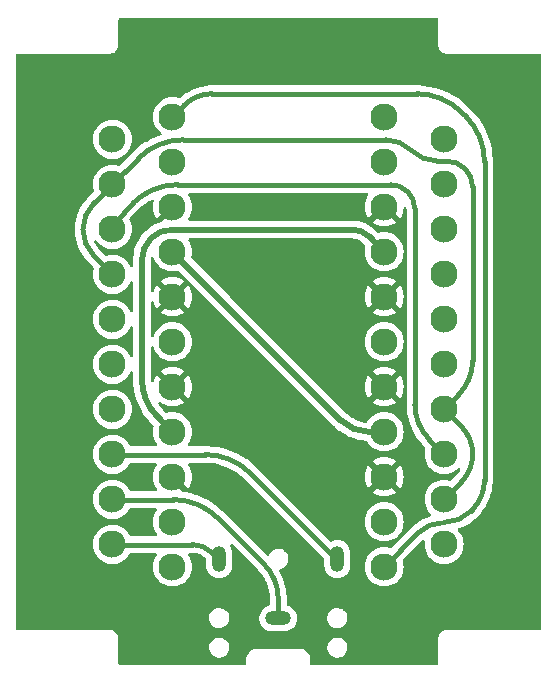
<source format=gbr>
%TF.GenerationSoftware,KiCad,Pcbnew,7.0.9*%
%TF.CreationDate,2024-08-30T02:56:13-10:00*%
%TF.ProjectId,scartaudioextract,73636172-7461-4756-9469-6f6578747261,rev?*%
%TF.SameCoordinates,Original*%
%TF.FileFunction,Copper,L1,Top*%
%TF.FilePolarity,Positive*%
%FSLAX46Y46*%
G04 Gerber Fmt 4.6, Leading zero omitted, Abs format (unit mm)*
G04 Created by KiCad (PCBNEW 7.0.9) date 2024-08-30 02:56:13*
%MOMM*%
%LPD*%
G01*
G04 APERTURE LIST*
%TA.AperFunction,ComponentPad*%
%ADD10O,1.200000X2.200000*%
%TD*%
%TA.AperFunction,ComponentPad*%
%ADD11O,2.200000X1.200000*%
%TD*%
%TA.AperFunction,ComponentPad*%
%ADD12C,2.300000*%
%TD*%
%TA.AperFunction,ViaPad*%
%ADD13C,0.800000*%
%TD*%
%TA.AperFunction,Conductor*%
%ADD14C,0.400000*%
%TD*%
%TA.AperFunction,Conductor*%
%ADD15C,0.500000*%
%TD*%
G04 APERTURE END LIST*
D10*
%TO.P,J3,R*%
%TO.N,Audio Right*%
X144040000Y-76900000D03*
D11*
%TO.P,J3,S*%
%TO.N,Audio Gnd*%
X149040000Y-81900000D03*
D10*
%TO.P,J3,T*%
%TO.N,Audio Left*%
X154040000Y-76900000D03*
%TD*%
D12*
%TO.P,J1,1,P1*%
%TO.N,unconnected-(J1-P1-Pad1)*%
X140080000Y-77550000D03*
%TO.P,J1,2,P2*%
%TO.N,Audio Right*%
X135000000Y-75645000D03*
%TO.P,J1,3,P3*%
%TO.N,unconnected-(J1-P3-Pad3)*%
X140080000Y-73740000D03*
%TO.P,J1,4,P4*%
%TO.N,Audio Gnd*%
X135000000Y-71835000D03*
%TO.P,J1,5,P5*%
%TO.N,Video Gnd*%
X140080000Y-69930000D03*
%TO.P,J1,6,P6*%
%TO.N,Audio Left*%
X135000000Y-68025000D03*
%TO.P,J1,7,P7*%
%TO.N,Blue*%
X140080000Y-66120000D03*
%TO.P,J1,8,P8*%
%TO.N,Status*%
X135000000Y-64215000D03*
%TO.P,J1,9,P9*%
%TO.N,Video Gnd*%
X140080000Y-62310000D03*
%TO.P,J1,10,P10*%
%TO.N,unconnected-(J1-P10-Pad10)*%
X135000000Y-60405000D03*
%TO.P,J1,11,P11*%
%TO.N,Green*%
X140080000Y-58500000D03*
%TO.P,J1,12,P12*%
%TO.N,unconnected-(J1-P12-Pad12)*%
X135000000Y-56595000D03*
%TO.P,J1,13,P13*%
%TO.N,Video Gnd*%
X140080000Y-54690000D03*
%TO.P,J1,14,P14*%
%TO.N,Status{slash}Blanking Gnd*%
X135000000Y-52785000D03*
%TO.P,J1,15,P15*%
%TO.N,Red*%
X140080000Y-50880000D03*
%TO.P,J1,16,P16*%
%TO.N,Blanking*%
X135000000Y-48975000D03*
%TO.P,J1,17,P17*%
%TO.N,Video Gnd*%
X140080000Y-47070000D03*
%TO.P,J1,18,P18*%
%TO.N,Status{slash}Blanking Gnd*%
X135000000Y-45165000D03*
%TO.P,J1,19,P19*%
%TO.N,unconnected-(J1-P19-Pad19)*%
X140080000Y-43260000D03*
%TO.P,J1,20,P20*%
%TO.N,Composite*%
X135000000Y-41355000D03*
%TO.P,J1,21,P21*%
%TO.N,Shell*%
X140080000Y-39450000D03*
%TD*%
%TO.P,J2,1,P1*%
%TO.N,unconnected-(J2-P1-Pad1)*%
X158000000Y-39450000D03*
%TO.P,J2,2,P2*%
%TO.N,unconnected-(J2-P2-Pad2)*%
X163080000Y-41355000D03*
%TO.P,J2,3,P3*%
%TO.N,unconnected-(J2-P3-Pad3)*%
X158000000Y-43260000D03*
%TO.P,J2,4,P4*%
%TO.N,unconnected-(J2-P4-Pad4)*%
X163080000Y-45165000D03*
%TO.P,J2,5,P5*%
%TO.N,Video Gnd*%
X158000000Y-47070000D03*
%TO.P,J2,6,P6*%
%TO.N,unconnected-(J2-P6-Pad6)*%
X163080000Y-48975000D03*
%TO.P,J2,7,P7*%
%TO.N,Blue*%
X158000000Y-50880000D03*
%TO.P,J2,8,P8*%
%TO.N,Status*%
X163080000Y-52785000D03*
%TO.P,J2,9,P9*%
%TO.N,Video Gnd*%
X158000000Y-54690000D03*
%TO.P,J2,10,P10*%
%TO.N,unconnected-(J2-P10-Pad10)*%
X163080000Y-56595000D03*
%TO.P,J2,11,P11*%
%TO.N,Green*%
X158000000Y-58500000D03*
%TO.P,J2,12,P12*%
%TO.N,unconnected-(J2-P12-Pad12)*%
X163080000Y-60405000D03*
%TO.P,J2,13,P13*%
%TO.N,Video Gnd*%
X158000000Y-62310000D03*
%TO.P,J2,14,P14*%
%TO.N,Status{slash}Blanking Gnd*%
X163080000Y-64215000D03*
%TO.P,J2,15,P15*%
%TO.N,Red*%
X158000000Y-66120000D03*
%TO.P,J2,16,P16*%
%TO.N,Blanking*%
X163080000Y-68025000D03*
%TO.P,J2,17,P17*%
%TO.N,Video Gnd*%
X158000000Y-69930000D03*
%TO.P,J2,18,P18*%
%TO.N,Status{slash}Blanking Gnd*%
X163080000Y-71835000D03*
%TO.P,J2,19,P19*%
%TO.N,Composite*%
X158000000Y-73740000D03*
%TO.P,J2,20,P20*%
%TO.N,unconnected-(J2-P20-Pad20)*%
X163080000Y-75645000D03*
%TO.P,J2,21,P21*%
%TO.N,Shell*%
X158000000Y-77550000D03*
%TD*%
D13*
%TO.N,Video Gnd*%
X149040000Y-83500000D03*
X127500000Y-70375000D03*
X138270000Y-82250000D03*
X170500000Y-58500000D03*
X127500000Y-82250000D03*
X127500000Y-46625000D03*
X159770000Y-34750000D03*
X127500000Y-34750000D03*
X170500000Y-70375000D03*
X170500000Y-46625000D03*
X170500000Y-82250000D03*
X170500000Y-34750000D03*
X149040000Y-34750000D03*
X138270000Y-34750000D03*
X127500000Y-58500000D03*
X159770000Y-82250000D03*
%TD*%
D14*
%TO.N,Audio Gnd*%
X135406250Y-72266250D02*
X135437500Y-72297500D01*
X134875000Y-71735000D02*
X134750000Y-71610000D01*
X135125000Y-71985000D02*
X135156250Y-72016250D01*
X135375000Y-72235000D02*
X135406250Y-72266250D01*
X134421874Y-71281874D02*
X134437499Y-71297499D01*
X135125000Y-71985000D02*
X134875000Y-71735000D01*
X134390624Y-71250624D02*
X134406249Y-71266249D01*
X134437499Y-71297499D02*
X134453124Y-71313124D01*
X134500000Y-71360000D02*
X134562500Y-71422500D01*
X147816705Y-77316705D02*
X143953792Y-73453792D01*
X134378906Y-71238906D02*
X134386718Y-71246718D01*
X135437500Y-72297500D02*
X135468750Y-72328750D01*
X134562500Y-71422500D02*
X134625000Y-71485000D01*
X135289062Y-72149062D02*
X135335937Y-72195937D01*
X140106036Y-71860000D02*
X135176776Y-71860000D01*
X135468750Y-72328750D02*
X135476562Y-72336562D01*
X134480469Y-71340469D02*
X134500000Y-71360000D01*
X135289062Y-72149062D02*
X135218750Y-72078750D01*
X135492187Y-72352187D02*
X135500000Y-72360000D01*
X134625000Y-71485000D02*
X134687500Y-71547500D01*
X135156250Y-72016250D02*
X135218750Y-72078750D01*
X134453124Y-71313124D02*
X134457031Y-71317031D01*
X135476562Y-72336562D02*
X135492187Y-72352187D01*
X134457031Y-71317031D02*
X134480469Y-71340469D01*
X135343750Y-72203750D02*
X135375000Y-72235000D01*
X134406249Y-71266249D02*
X134421874Y-71281874D01*
X134390624Y-71250624D02*
X134386718Y-71246718D01*
X135335937Y-72195937D02*
X135343750Y-72203750D01*
X149040000Y-80270000D02*
X149040000Y-82000000D01*
X134378906Y-71238906D02*
X134375000Y-71235000D01*
X134687500Y-71547500D02*
X134750000Y-71610000D01*
X134875007Y-71734993D02*
G75*
G03*
X135176776Y-71860000I301793J301793D01*
G01*
X143953784Y-73453800D02*
G75*
G03*
X140106036Y-71860000I-3847784J-3847800D01*
G01*
X135176776Y-71859944D02*
G75*
G03*
X135125000Y-71985000I24J-73256D01*
G01*
X149039996Y-80270000D02*
G75*
G03*
X147816704Y-77316706I-4176596J0D01*
G01*
%TO.N,Audio Right*%
X143375000Y-76335000D02*
X144040000Y-77000000D01*
X141769547Y-75670000D02*
X135000000Y-75670000D01*
X143375015Y-76334985D02*
G75*
G03*
X141769547Y-75670000I-1605415J-1605415D01*
G01*
D15*
%TO.N,Blue*%
X154500000Y-49000000D02*
X154702500Y-49000000D01*
X154500000Y-49000000D02*
X153690000Y-49000000D01*
X155107500Y-49000000D02*
X155310000Y-49000000D01*
X137500000Y-61715664D02*
X137500000Y-51560660D01*
X153690000Y-49000000D02*
X140060660Y-49000000D01*
X156692756Y-49572756D02*
X158000000Y-50880000D01*
X138790000Y-64830000D02*
X140080000Y-66120000D01*
X155107500Y-49000000D02*
X154702500Y-49000000D01*
X137500015Y-61715664D02*
G75*
G03*
X138790000Y-64830000I4404285J-36D01*
G01*
X138250032Y-49750032D02*
G75*
G03*
X137500000Y-51560660I1810568J-1810668D01*
G01*
X156692753Y-49572759D02*
G75*
G03*
X155310000Y-49000000I-1382753J-1382741D01*
G01*
X140060660Y-48999955D02*
G75*
G03*
X138250001Y-49750001I40J-2560645D01*
G01*
%TO.N,Red*%
X157738370Y-66120000D02*
X156660000Y-66120000D01*
D14*
X157940000Y-66060000D02*
X157970000Y-66090000D01*
D15*
X154372476Y-65172476D02*
X140080000Y-50880000D01*
D14*
X157815000Y-65935000D02*
X157630000Y-65750000D01*
X157738370Y-66119928D02*
G75*
G03*
X157814999Y-65935001I30J108328D01*
G01*
D15*
X154372465Y-65172487D02*
G75*
G03*
X156660000Y-66120000I2287535J2287587D01*
G01*
D14*
X157970000Y-66150000D02*
G75*
G03*
X157970000Y-66090000I-30000J30000D01*
G01*
X157939986Y-66060014D02*
G75*
G03*
X157795147Y-66000000I-144886J-144886D01*
G01*
%TO.N,Blanking*%
X135000000Y-48750000D02*
X135000000Y-49000000D01*
X136706206Y-46793792D02*
X135176776Y-48323223D01*
X160600000Y-47248528D02*
X160600000Y-63791375D01*
X161840000Y-66785000D02*
X163080000Y-68025000D01*
X140553963Y-45200000D02*
X158551471Y-45200000D01*
X160600011Y-63791375D02*
G75*
G03*
X161840001Y-66784999I4233589J-25D01*
G01*
X160599988Y-47248528D02*
G75*
G03*
X160000000Y-45800000I-2048488J28D01*
G01*
X140553963Y-45199988D02*
G75*
G03*
X136706206Y-46793792I37J-5441612D01*
G01*
X160000008Y-45799992D02*
G75*
G03*
X158551471Y-45200000I-1448508J-1448508D01*
G01*
X135176788Y-48323235D02*
G75*
G03*
X135000000Y-48750000I426712J-426765D01*
G01*
%TO.N,Audio Left*%
X142836036Y-68050000D02*
X135000000Y-68050000D01*
X146683792Y-69643792D02*
X154040000Y-77000000D01*
X146683784Y-69643800D02*
G75*
G03*
X142836036Y-68050000I-3847784J-3847800D01*
G01*
%TO.N,unconnected-(J1-P1-Pad1)*%
X140127500Y-77575000D02*
X140080000Y-77575000D01*
X140208592Y-77608582D02*
G75*
G03*
X140127500Y-77575000I-81092J-81118D01*
G01*
%TO.N,Shell*%
X160813083Y-74736916D02*
X158000000Y-77550000D01*
X166500000Y-43253963D02*
X166500000Y-70215075D01*
X165449999Y-72749999D02*
X165336916Y-72863083D01*
X143451535Y-37500000D02*
X160746036Y-37500000D01*
X141067500Y-38487500D02*
X140080000Y-39475000D01*
X164906207Y-39406207D02*
X164593792Y-39093792D01*
X166500010Y-43253963D02*
G75*
G03*
X164906206Y-39406208I-5441610J-37D01*
G01*
X163075000Y-73799990D02*
G75*
G03*
X160813083Y-74736916I0J-3198810D01*
G01*
X163075000Y-73800008D02*
G75*
G03*
X165336915Y-72863082I0J3198808D01*
G01*
X143451535Y-37500015D02*
G75*
G03*
X141067500Y-38487500I-35J-3371485D01*
G01*
X164593784Y-39093800D02*
G75*
G03*
X160746036Y-37500000I-3847784J-3847800D01*
G01*
X165450007Y-72750007D02*
G75*
G03*
X166500000Y-70215075I-2534907J2534907D01*
G01*
%TO.N,Status{slash}Blanking Gnd*%
X165500000Y-45419238D02*
X165500000Y-60083801D01*
X141018963Y-41400000D02*
X158127207Y-41400000D01*
X137171207Y-42993792D02*
X135000000Y-45165000D01*
X164517121Y-70397878D02*
X163080000Y-71835000D01*
X163280761Y-43200000D02*
X162472792Y-43200000D01*
X164290000Y-63005000D02*
X163080000Y-64215000D01*
X133426309Y-46751190D02*
X133426309Y-46763690D01*
X133435147Y-46729852D02*
X135000000Y-45165000D01*
X133426309Y-51236309D02*
X135000000Y-52810000D01*
X164517121Y-65652121D02*
X163080000Y-64215000D01*
X164850011Y-43849989D02*
G75*
G03*
X163280761Y-43200000I-1569211J-1569211D01*
G01*
X141018963Y-41399960D02*
G75*
G03*
X137171208Y-42993793I37J-5441540D01*
G01*
X133435149Y-46729854D02*
G75*
G03*
X133426309Y-46751190I21351J-21346D01*
G01*
X164517130Y-70397887D02*
G75*
G03*
X165500000Y-68025000I-2372930J2372887D01*
G01*
X160300002Y-42299998D02*
G75*
G03*
X162472792Y-43200000I2172798J2172798D01*
G01*
X160299998Y-42300002D02*
G75*
G03*
X158127207Y-41400000I-2172798J-2172798D01*
G01*
X133426314Y-46763695D02*
G75*
G03*
X132500000Y-49000000I2236286J-2236305D01*
G01*
X164290000Y-63005000D02*
G75*
G03*
X165500000Y-60083801I-2921200J2921200D01*
G01*
X165499983Y-45419238D02*
G75*
G03*
X164849999Y-43850001I-2219183J38D01*
G01*
X132499995Y-49000000D02*
G75*
G03*
X133426310Y-51236308I3162605J0D01*
G01*
X165499987Y-68025000D02*
G75*
G03*
X164517121Y-65652121I-3355787J0D01*
G01*
%TD*%
%TA.AperFunction,Conductor*%
%TO.N,Video Gnd*%
G36*
X138447793Y-46474438D02*
G01*
X138490261Y-46529920D01*
X138495992Y-46599554D01*
X138495124Y-46603441D01*
X138445274Y-46811085D01*
X138445274Y-46811087D01*
X138424898Y-47070000D01*
X138445274Y-47328912D01*
X138505901Y-47581445D01*
X138505906Y-47581462D01*
X138605290Y-47821397D01*
X138605292Y-47821400D01*
X138740992Y-48042842D01*
X138740993Y-48042843D01*
X138746801Y-48049644D01*
X139477452Y-47318992D01*
X139487188Y-47348956D01*
X139575186Y-47487619D01*
X139694903Y-47600040D01*
X139829509Y-47674041D01*
X139138706Y-48364845D01*
X139087024Y-48395824D01*
X138943792Y-48439277D01*
X138643229Y-48563781D01*
X138356312Y-48717151D01*
X138356308Y-48717153D01*
X138085810Y-48897904D01*
X138085796Y-48897914D01*
X137834324Y-49104303D01*
X137777887Y-49160742D01*
X137661444Y-49277192D01*
X137660931Y-49277760D01*
X137604341Y-49334349D01*
X137397950Y-49585823D01*
X137397940Y-49585837D01*
X137217192Y-49856331D01*
X137217190Y-49856335D01*
X137063822Y-50143248D01*
X137063819Y-50143255D01*
X136939318Y-50443809D01*
X136844873Y-50755130D01*
X136844871Y-50755136D01*
X136781398Y-51074206D01*
X136781397Y-51074211D01*
X136749502Y-51397986D01*
X136749501Y-51470460D01*
X136749500Y-51470491D01*
X136749500Y-51560648D01*
X136749499Y-51643268D01*
X136749500Y-51643284D01*
X136749500Y-52072311D01*
X136729815Y-52139350D01*
X136677011Y-52185105D01*
X136607853Y-52195049D01*
X136544297Y-52166024D01*
X136510939Y-52119764D01*
X136475156Y-52033376D01*
X136454632Y-51999884D01*
X136339412Y-51811860D01*
X136170689Y-51614311D01*
X135973140Y-51445588D01*
X135751628Y-51309846D01*
X135751627Y-51309845D01*
X135751623Y-51309843D01*
X135580415Y-51238927D01*
X135511610Y-51210427D01*
X135511611Y-51210427D01*
X135373921Y-51177370D01*
X135258994Y-51149779D01*
X135258992Y-51149778D01*
X135258991Y-51149778D01*
X135000000Y-51129396D01*
X134741009Y-51149778D01*
X134488388Y-51210426D01*
X134487206Y-51210811D01*
X134486732Y-51210824D01*
X134483652Y-51211564D01*
X134483496Y-51210916D01*
X134417364Y-51212801D01*
X134361215Y-51180558D01*
X134254863Y-51074206D01*
X133922853Y-50742196D01*
X133920482Y-50739687D01*
X133739965Y-50537690D01*
X133735644Y-50532271D01*
X133579895Y-50312765D01*
X133576195Y-50306876D01*
X133487109Y-50145688D01*
X133450149Y-50078814D01*
X133434950Y-50010620D01*
X133459033Y-49945032D01*
X133514752Y-49902876D01*
X133584418Y-49897536D01*
X133645911Y-49930708D01*
X133658990Y-49945941D01*
X133660585Y-49948136D01*
X133660586Y-49948138D01*
X133660588Y-49948140D01*
X133829311Y-50145689D01*
X134026860Y-50314412D01*
X134248372Y-50450154D01*
X134248374Y-50450154D01*
X134248376Y-50450156D01*
X134309693Y-50475554D01*
X134488390Y-50549573D01*
X134741006Y-50610221D01*
X135000000Y-50630604D01*
X135258994Y-50610221D01*
X135511610Y-50549573D01*
X135751628Y-50450154D01*
X135973140Y-50314412D01*
X136170689Y-50145689D01*
X136339412Y-49948140D01*
X136475154Y-49726628D01*
X136574573Y-49486610D01*
X136635221Y-49233994D01*
X136655604Y-48975000D01*
X136635221Y-48716006D01*
X136574573Y-48463390D01*
X136499170Y-48281352D01*
X136475156Y-48223376D01*
X136475154Y-48223372D01*
X136447245Y-48177829D01*
X136429002Y-48110385D01*
X136450119Y-48043782D01*
X136465287Y-48025366D01*
X137201534Y-47289121D01*
X137473125Y-47038065D01*
X137476788Y-47034936D01*
X137765350Y-46807453D01*
X137769247Y-46804621D01*
X138074770Y-46600477D01*
X138078862Y-46597968D01*
X138313964Y-46466305D01*
X138382071Y-46450723D01*
X138447793Y-46474438D01*
G37*
%TD.AperFunction*%
%TA.AperFunction,Conductor*%
G36*
X162522539Y-31120185D02*
G01*
X162568294Y-31172989D01*
X162579500Y-31224500D01*
X162579500Y-33284108D01*
X162579500Y-33350000D01*
X162579500Y-33423918D01*
X162579500Y-33423920D01*
X162579499Y-33423920D01*
X162608340Y-33568907D01*
X162608343Y-33568917D01*
X162664912Y-33705488D01*
X162664919Y-33705501D01*
X162747048Y-33828415D01*
X162747051Y-33828419D01*
X162851580Y-33932948D01*
X162851584Y-33932951D01*
X162974498Y-34015080D01*
X162974511Y-34015087D01*
X163111082Y-34071656D01*
X163111087Y-34071658D01*
X163111091Y-34071658D01*
X163111092Y-34071659D01*
X163256079Y-34100500D01*
X163256082Y-34100500D01*
X163294201Y-34100500D01*
X167544201Y-34100500D01*
X171150500Y-34100500D01*
X171217539Y-34120185D01*
X171263294Y-34172989D01*
X171274500Y-34224500D01*
X171274500Y-82775500D01*
X171254815Y-82842539D01*
X171202011Y-82888294D01*
X171150500Y-82899500D01*
X163256080Y-82899500D01*
X163111092Y-82928340D01*
X163111082Y-82928343D01*
X162974511Y-82984912D01*
X162974498Y-82984919D01*
X162851584Y-83067048D01*
X162851580Y-83067051D01*
X162747051Y-83171580D01*
X162747048Y-83171584D01*
X162664919Y-83294498D01*
X162664912Y-83294511D01*
X162608343Y-83431082D01*
X162608340Y-83431092D01*
X162579500Y-83576079D01*
X162579500Y-85775500D01*
X162559815Y-85842539D01*
X162507011Y-85888294D01*
X162455500Y-85899500D01*
X151864499Y-85899500D01*
X151797460Y-85879815D01*
X151751705Y-85827011D01*
X151740499Y-85775500D01*
X151740500Y-85364202D01*
X151740500Y-85311306D01*
X151740499Y-85311304D01*
X151705896Y-85137341D01*
X151705893Y-85137332D01*
X151638016Y-84973459D01*
X151638009Y-84973446D01*
X151539464Y-84825965D01*
X151539461Y-84825961D01*
X151414038Y-84700538D01*
X151414034Y-84700535D01*
X151266553Y-84601990D01*
X151266540Y-84601983D01*
X151102667Y-84534106D01*
X151102658Y-84534103D01*
X150928694Y-84499500D01*
X150928691Y-84499500D01*
X150875799Y-84499500D01*
X147305892Y-84499500D01*
X147240000Y-84499500D01*
X147151309Y-84499500D01*
X147151306Y-84499500D01*
X146977341Y-84534103D01*
X146977332Y-84534106D01*
X146813459Y-84601983D01*
X146813446Y-84601990D01*
X146665965Y-84700535D01*
X146665961Y-84700538D01*
X146540538Y-84825961D01*
X146540535Y-84825965D01*
X146441990Y-84973446D01*
X146441983Y-84973459D01*
X146374106Y-85137332D01*
X146374103Y-85137341D01*
X146339500Y-85311304D01*
X146339500Y-85775500D01*
X146319815Y-85842539D01*
X146267011Y-85888294D01*
X146215500Y-85899500D01*
X135624500Y-85899500D01*
X135557461Y-85879815D01*
X135511706Y-85827011D01*
X135500500Y-85775500D01*
X135500500Y-84353685D01*
X143185740Y-84353685D01*
X143195755Y-84538406D01*
X143195755Y-84538411D01*
X143245244Y-84716656D01*
X143245247Y-84716662D01*
X143331898Y-84880102D01*
X143394540Y-84953850D01*
X143451663Y-85021100D01*
X143598936Y-85133054D01*
X143766833Y-85210732D01*
X143766834Y-85210732D01*
X143766836Y-85210733D01*
X143821648Y-85222797D01*
X143947503Y-85250500D01*
X143947506Y-85250500D01*
X144086107Y-85250500D01*
X144086113Y-85250500D01*
X144223910Y-85235514D01*
X144399221Y-85176444D01*
X144557736Y-85081070D01*
X144692041Y-84953849D01*
X144795858Y-84800730D01*
X144864331Y-84628875D01*
X144894260Y-84446317D01*
X144889238Y-84353685D01*
X153185740Y-84353685D01*
X153195755Y-84538406D01*
X153195755Y-84538411D01*
X153245244Y-84716656D01*
X153245247Y-84716662D01*
X153331898Y-84880102D01*
X153394540Y-84953850D01*
X153451663Y-85021100D01*
X153598936Y-85133054D01*
X153766833Y-85210732D01*
X153766834Y-85210732D01*
X153766836Y-85210733D01*
X153821648Y-85222797D01*
X153947503Y-85250500D01*
X153947506Y-85250500D01*
X154086107Y-85250500D01*
X154086113Y-85250500D01*
X154223910Y-85235514D01*
X154399221Y-85176444D01*
X154557736Y-85081070D01*
X154692041Y-84953849D01*
X154795858Y-84800730D01*
X154864331Y-84628875D01*
X154894260Y-84446317D01*
X154884245Y-84261593D01*
X154834754Y-84083341D01*
X154748100Y-83919896D01*
X154685460Y-83846151D01*
X154628337Y-83778900D01*
X154549449Y-83718931D01*
X154481064Y-83666946D01*
X154313167Y-83589268D01*
X154313163Y-83589266D01*
X154132497Y-83549500D01*
X153993887Y-83549500D01*
X153993883Y-83549500D01*
X153856088Y-83564486D01*
X153680776Y-83623557D01*
X153680774Y-83623558D01*
X153522262Y-83718931D01*
X153522261Y-83718932D01*
X153387959Y-83846149D01*
X153284138Y-83999276D01*
X153215669Y-84171122D01*
X153185740Y-84353685D01*
X144889238Y-84353685D01*
X144884245Y-84261593D01*
X144834754Y-84083341D01*
X144748100Y-83919896D01*
X144685460Y-83846151D01*
X144628337Y-83778900D01*
X144549449Y-83718931D01*
X144481064Y-83666946D01*
X144313167Y-83589268D01*
X144313163Y-83589266D01*
X144132497Y-83549500D01*
X143993887Y-83549500D01*
X143993883Y-83549500D01*
X143856088Y-83564486D01*
X143680776Y-83623557D01*
X143680774Y-83623558D01*
X143522262Y-83718931D01*
X143522261Y-83718932D01*
X143387959Y-83846149D01*
X143284138Y-83999276D01*
X143215669Y-84171122D01*
X143185740Y-84353685D01*
X135500500Y-84353685D01*
X135500500Y-83576079D01*
X135471659Y-83431092D01*
X135471658Y-83431091D01*
X135471658Y-83431087D01*
X135445905Y-83368913D01*
X135415087Y-83294511D01*
X135415080Y-83294498D01*
X135332951Y-83171584D01*
X135332948Y-83171580D01*
X135228419Y-83067051D01*
X135228415Y-83067048D01*
X135105501Y-82984919D01*
X135105488Y-82984912D01*
X134968917Y-82928343D01*
X134968907Y-82928340D01*
X134823920Y-82899500D01*
X134823918Y-82899500D01*
X134785799Y-82899500D01*
X130535799Y-82899500D01*
X126924500Y-82899500D01*
X126857461Y-82879815D01*
X126811706Y-82827011D01*
X126800500Y-82775500D01*
X126800500Y-81853685D01*
X143185740Y-81853685D01*
X143195755Y-82038406D01*
X143195755Y-82038411D01*
X143245244Y-82216656D01*
X143245247Y-82216662D01*
X143331898Y-82380102D01*
X143394540Y-82453850D01*
X143451663Y-82521100D01*
X143598936Y-82633054D01*
X143766833Y-82710732D01*
X143766834Y-82710732D01*
X143766836Y-82710733D01*
X143821648Y-82722797D01*
X143947503Y-82750500D01*
X143947506Y-82750500D01*
X144086107Y-82750500D01*
X144086113Y-82750500D01*
X144223910Y-82735514D01*
X144399221Y-82676444D01*
X144557736Y-82581070D01*
X144692041Y-82453849D01*
X144795858Y-82300730D01*
X144864331Y-82128875D01*
X144894260Y-81946317D01*
X144884245Y-81761593D01*
X144850310Y-81639368D01*
X144834755Y-81583343D01*
X144834752Y-81583337D01*
X144748101Y-81419897D01*
X144628337Y-81278900D01*
X144549449Y-81218931D01*
X144481064Y-81166946D01*
X144313167Y-81089268D01*
X144313163Y-81089266D01*
X144132497Y-81049500D01*
X143993887Y-81049500D01*
X143993883Y-81049500D01*
X143856088Y-81064486D01*
X143680776Y-81123557D01*
X143680774Y-81123558D01*
X143522262Y-81218931D01*
X143522261Y-81218932D01*
X143387959Y-81346149D01*
X143284138Y-81499276D01*
X143215669Y-81671122D01*
X143215669Y-81671125D01*
X143186771Y-81847398D01*
X143185740Y-81853685D01*
X126800500Y-81853685D01*
X126800500Y-64215000D01*
X133344396Y-64215000D01*
X133364778Y-64473990D01*
X133425427Y-64726610D01*
X133524843Y-64966623D01*
X133524845Y-64966627D01*
X133524846Y-64966628D01*
X133660588Y-65188140D01*
X133829311Y-65385689D01*
X134026860Y-65554412D01*
X134248372Y-65690154D01*
X134248374Y-65690154D01*
X134248376Y-65690156D01*
X134279812Y-65703177D01*
X134488390Y-65789573D01*
X134741006Y-65850221D01*
X135000000Y-65870604D01*
X135258994Y-65850221D01*
X135511610Y-65789573D01*
X135751628Y-65690154D01*
X135973140Y-65554412D01*
X136170689Y-65385689D01*
X136339412Y-65188140D01*
X136475154Y-64966628D01*
X136574573Y-64726610D01*
X136635221Y-64473994D01*
X136655604Y-64215000D01*
X136635221Y-63956006D01*
X136574573Y-63703390D01*
X136490828Y-63501213D01*
X136475156Y-63463376D01*
X136415543Y-63366096D01*
X136339412Y-63241860D01*
X136170689Y-63044311D01*
X135973140Y-62875588D01*
X135751628Y-62739846D01*
X135751627Y-62739845D01*
X135751623Y-62739843D01*
X135567441Y-62663553D01*
X135511610Y-62640427D01*
X135511611Y-62640427D01*
X135365379Y-62605320D01*
X135258994Y-62579779D01*
X135258992Y-62579778D01*
X135258991Y-62579778D01*
X135000000Y-62559396D01*
X134741009Y-62579778D01*
X134488389Y-62640427D01*
X134248376Y-62739843D01*
X134026859Y-62875588D01*
X133829311Y-63044311D01*
X133660588Y-63241859D01*
X133524843Y-63463376D01*
X133425427Y-63703389D01*
X133364778Y-63956009D01*
X133344396Y-64215000D01*
X126800500Y-64215000D01*
X126800500Y-49168668D01*
X131799495Y-49168668D01*
X131828896Y-49504719D01*
X131887474Y-49836930D01*
X131965567Y-50128376D01*
X131974784Y-50162773D01*
X132090163Y-50479773D01*
X132232722Y-50785488D01*
X132232722Y-50785489D01*
X132401393Y-51077632D01*
X132401392Y-51077631D01*
X132594876Y-51353954D01*
X132594877Y-51353954D01*
X132594881Y-51353960D01*
X132641481Y-51409495D01*
X132811713Y-51612369D01*
X132811713Y-51612368D01*
X132811717Y-51612373D01*
X132899745Y-51700401D01*
X132899782Y-51700440D01*
X133385481Y-52186138D01*
X133418966Y-52247461D01*
X133418374Y-52302766D01*
X133364778Y-52526009D01*
X133344396Y-52785000D01*
X133364778Y-53043990D01*
X133425427Y-53296610D01*
X133524843Y-53536623D01*
X133524844Y-53536624D01*
X133524846Y-53536628D01*
X133660588Y-53758140D01*
X133829311Y-53955689D01*
X134026860Y-54124412D01*
X134248372Y-54260154D01*
X134248374Y-54260154D01*
X134248376Y-54260156D01*
X134306535Y-54284246D01*
X134488390Y-54359573D01*
X134741006Y-54420221D01*
X135000000Y-54440604D01*
X135258994Y-54420221D01*
X135511610Y-54359573D01*
X135751628Y-54260154D01*
X135973140Y-54124412D01*
X136170689Y-53955689D01*
X136339412Y-53758140D01*
X136475154Y-53536628D01*
X136510939Y-53450236D01*
X136554779Y-53395832D01*
X136621074Y-53373767D01*
X136688773Y-53391046D01*
X136736384Y-53442183D01*
X136749500Y-53497688D01*
X136749500Y-55882311D01*
X136729815Y-55949350D01*
X136677011Y-55995105D01*
X136607853Y-56005049D01*
X136544297Y-55976024D01*
X136510939Y-55929764D01*
X136475156Y-55843376D01*
X136454632Y-55809884D01*
X136339412Y-55621860D01*
X136170689Y-55424311D01*
X135973140Y-55255588D01*
X135751628Y-55119846D01*
X135751627Y-55119845D01*
X135751623Y-55119843D01*
X135561410Y-55041055D01*
X135511610Y-55020427D01*
X135511611Y-55020427D01*
X135373921Y-54987370D01*
X135258994Y-54959779D01*
X135258992Y-54959778D01*
X135258991Y-54959778D01*
X135000000Y-54939396D01*
X134741009Y-54959778D01*
X134488389Y-55020427D01*
X134248376Y-55119843D01*
X134026859Y-55255588D01*
X133829311Y-55424311D01*
X133660588Y-55621859D01*
X133524843Y-55843376D01*
X133425427Y-56083389D01*
X133364778Y-56336009D01*
X133344396Y-56595000D01*
X133364778Y-56853990D01*
X133425427Y-57106610D01*
X133524843Y-57346623D01*
X133524844Y-57346624D01*
X133524846Y-57346628D01*
X133660588Y-57568140D01*
X133829311Y-57765689D01*
X134026860Y-57934412D01*
X134248372Y-58070154D01*
X134248374Y-58070154D01*
X134248376Y-58070156D01*
X134259431Y-58074735D01*
X134488390Y-58169573D01*
X134741006Y-58230221D01*
X135000000Y-58250604D01*
X135258994Y-58230221D01*
X135511610Y-58169573D01*
X135751628Y-58070154D01*
X135973140Y-57934412D01*
X136170689Y-57765689D01*
X136339412Y-57568140D01*
X136475154Y-57346628D01*
X136510939Y-57260236D01*
X136554779Y-57205832D01*
X136621074Y-57183767D01*
X136688773Y-57201046D01*
X136736384Y-57252183D01*
X136749500Y-57307688D01*
X136749500Y-59692311D01*
X136729815Y-59759350D01*
X136677011Y-59805105D01*
X136607853Y-59815049D01*
X136544297Y-59786024D01*
X136510939Y-59739764D01*
X136475156Y-59653376D01*
X136454632Y-59619884D01*
X136339412Y-59431860D01*
X136170689Y-59234311D01*
X135973140Y-59065588D01*
X135751628Y-58929846D01*
X135751627Y-58929845D01*
X135751623Y-58929843D01*
X135585627Y-58861086D01*
X135511610Y-58830427D01*
X135511611Y-58830427D01*
X135373921Y-58797370D01*
X135258994Y-58769779D01*
X135258992Y-58769778D01*
X135258991Y-58769778D01*
X135000000Y-58749396D01*
X134741009Y-58769778D01*
X134488389Y-58830427D01*
X134248376Y-58929843D01*
X134026859Y-59065588D01*
X133829311Y-59234311D01*
X133660588Y-59431859D01*
X133524843Y-59653376D01*
X133425427Y-59893389D01*
X133364778Y-60146009D01*
X133344396Y-60405000D01*
X133364778Y-60663990D01*
X133425427Y-60916610D01*
X133524843Y-61156623D01*
X133524845Y-61156627D01*
X133524846Y-61156628D01*
X133660588Y-61378140D01*
X133829311Y-61575689D01*
X134026860Y-61744412D01*
X134248372Y-61880154D01*
X134248374Y-61880154D01*
X134248376Y-61880156D01*
X134309693Y-61905554D01*
X134488390Y-61979573D01*
X134741006Y-62040221D01*
X135000000Y-62060604D01*
X135258994Y-62040221D01*
X135511610Y-61979573D01*
X135751628Y-61880154D01*
X135973140Y-61744412D01*
X136170689Y-61575689D01*
X136339412Y-61378140D01*
X136475154Y-61156628D01*
X136510939Y-61070236D01*
X136554779Y-61015832D01*
X136621074Y-60993767D01*
X136688773Y-61011046D01*
X136736384Y-61062183D01*
X136749500Y-61117688D01*
X136749500Y-61760838D01*
X136749514Y-61761343D01*
X136749514Y-61918194D01*
X136780467Y-62311539D01*
X136781292Y-62322012D01*
X136785869Y-62350911D01*
X136835075Y-62661604D01*
X136844656Y-62722094D01*
X136868512Y-62821462D01*
X136939215Y-63115971D01*
X136939215Y-63115972D01*
X137064385Y-63501213D01*
X137064386Y-63501214D01*
X137219398Y-63875449D01*
X137314531Y-64062159D01*
X137392406Y-64215000D01*
X137403294Y-64236368D01*
X137614940Y-64581746D01*
X137759407Y-64780588D01*
X137853035Y-64909456D01*
X137901865Y-64966628D01*
X138116104Y-65217470D01*
X138180659Y-65282025D01*
X138195058Y-65296424D01*
X138195087Y-65296456D01*
X138456631Y-65557999D01*
X138490116Y-65619322D01*
X138489524Y-65674627D01*
X138444778Y-65861008D01*
X138424396Y-66120000D01*
X138444778Y-66378990D01*
X138505427Y-66631610D01*
X138604843Y-66871623D01*
X138604845Y-66871627D01*
X138604846Y-66871628D01*
X138740588Y-67093140D01*
X138784854Y-67144969D01*
X138813425Y-67208729D01*
X138802988Y-67277815D01*
X138756857Y-67330291D01*
X138690564Y-67349500D01*
X136589542Y-67349500D01*
X136522503Y-67329815D01*
X136476748Y-67277011D01*
X136475217Y-67273496D01*
X136475159Y-67273381D01*
X136475155Y-67273374D01*
X136475154Y-67273372D01*
X136339412Y-67051860D01*
X136170689Y-66854311D01*
X135973140Y-66685588D01*
X135751628Y-66549846D01*
X135751627Y-66549845D01*
X135751623Y-66549843D01*
X135585627Y-66481086D01*
X135511610Y-66450427D01*
X135511611Y-66450427D01*
X135365384Y-66415321D01*
X135258994Y-66389779D01*
X135258992Y-66389778D01*
X135258991Y-66389778D01*
X135000000Y-66369396D01*
X134741009Y-66389778D01*
X134488389Y-66450427D01*
X134248376Y-66549843D01*
X134026859Y-66685588D01*
X133829311Y-66854311D01*
X133660588Y-67051859D01*
X133524843Y-67273376D01*
X133425427Y-67513389D01*
X133364778Y-67766009D01*
X133344396Y-68025000D01*
X133364778Y-68283990D01*
X133425427Y-68536610D01*
X133524843Y-68776623D01*
X133524845Y-68776627D01*
X133524846Y-68776628D01*
X133660588Y-68998140D01*
X133829311Y-69195689D01*
X134026860Y-69364412D01*
X134248372Y-69500154D01*
X134248374Y-69500154D01*
X134248376Y-69500156D01*
X134309693Y-69525554D01*
X134488390Y-69599573D01*
X134741006Y-69660221D01*
X135000000Y-69680604D01*
X135258994Y-69660221D01*
X135511610Y-69599573D01*
X135751628Y-69500154D01*
X135973140Y-69364412D01*
X136170689Y-69195689D01*
X136339412Y-68998140D01*
X136454881Y-68809709D01*
X136506693Y-68762835D01*
X136560609Y-68750500D01*
X138648518Y-68750500D01*
X138715557Y-68770185D01*
X138761312Y-68822989D01*
X138771256Y-68892147D01*
X138743682Y-68953094D01*
X138743854Y-68953219D01*
X138743251Y-68954048D01*
X138742805Y-68955035D01*
X138740992Y-68957156D01*
X138740990Y-68957159D01*
X138605292Y-69178599D01*
X138605290Y-69178602D01*
X138505906Y-69418537D01*
X138505901Y-69418554D01*
X138445274Y-69671087D01*
X138424898Y-69930000D01*
X138445274Y-70188912D01*
X138505901Y-70441445D01*
X138505906Y-70441462D01*
X138605290Y-70681397D01*
X138605292Y-70681400D01*
X138740990Y-70902840D01*
X138740991Y-70902841D01*
X138785512Y-70954968D01*
X138814083Y-71018729D01*
X138803646Y-71087815D01*
X138757515Y-71140291D01*
X138691222Y-71159500D01*
X136589542Y-71159500D01*
X136522503Y-71139815D01*
X136476748Y-71087011D01*
X136475217Y-71083496D01*
X136475159Y-71083381D01*
X136475155Y-71083374D01*
X136475154Y-71083372D01*
X136339412Y-70861860D01*
X136170689Y-70664311D01*
X135973140Y-70495588D01*
X135751628Y-70359846D01*
X135751627Y-70359845D01*
X135751623Y-70359843D01*
X135567441Y-70283553D01*
X135511610Y-70260427D01*
X135511611Y-70260427D01*
X135322685Y-70215070D01*
X135258994Y-70199779D01*
X135258992Y-70199778D01*
X135258991Y-70199778D01*
X135000000Y-70179396D01*
X134741009Y-70199778D01*
X134488389Y-70260427D01*
X134248376Y-70359843D01*
X134026859Y-70495588D01*
X133829311Y-70664311D01*
X133660588Y-70861859D01*
X133524843Y-71083376D01*
X133425427Y-71323389D01*
X133364778Y-71576009D01*
X133344396Y-71835000D01*
X133364778Y-72093990D01*
X133425427Y-72346610D01*
X133524843Y-72586623D01*
X133524845Y-72586627D01*
X133524846Y-72586628D01*
X133660588Y-72808140D01*
X133829311Y-73005689D01*
X134026860Y-73174412D01*
X134248372Y-73310154D01*
X134248374Y-73310154D01*
X134248376Y-73310156D01*
X134309693Y-73335554D01*
X134488390Y-73409573D01*
X134741006Y-73470221D01*
X135000000Y-73490604D01*
X135258994Y-73470221D01*
X135511610Y-73409573D01*
X135751628Y-73310154D01*
X135973140Y-73174412D01*
X136170689Y-73005689D01*
X136339412Y-72808140D01*
X136454881Y-72619709D01*
X136506693Y-72572835D01*
X136560609Y-72560500D01*
X138647860Y-72560500D01*
X138714899Y-72580185D01*
X138760654Y-72632989D01*
X138770598Y-72702147D01*
X138743187Y-72762734D01*
X138743448Y-72762924D01*
X138742531Y-72764185D01*
X138742147Y-72765035D01*
X138740589Y-72766858D01*
X138604843Y-72988376D01*
X138505427Y-73228389D01*
X138444778Y-73481009D01*
X138424396Y-73740000D01*
X138444778Y-73998990D01*
X138505427Y-74251610D01*
X138604843Y-74491623D01*
X138604845Y-74491627D01*
X138604846Y-74491628D01*
X138740588Y-74713140D01*
X138784854Y-74764969D01*
X138813425Y-74828729D01*
X138802988Y-74897815D01*
X138756857Y-74950291D01*
X138690564Y-74969500D01*
X136589542Y-74969500D01*
X136522503Y-74949815D01*
X136476748Y-74897011D01*
X136475217Y-74893496D01*
X136475159Y-74893381D01*
X136475155Y-74893374D01*
X136475154Y-74893372D01*
X136339412Y-74671860D01*
X136170689Y-74474311D01*
X135973140Y-74305588D01*
X135751628Y-74169846D01*
X135751627Y-74169845D01*
X135751623Y-74169843D01*
X135585627Y-74101086D01*
X135511610Y-74070427D01*
X135511611Y-74070427D01*
X135373921Y-74037370D01*
X135258994Y-74009779D01*
X135258992Y-74009778D01*
X135258991Y-74009778D01*
X135000000Y-73989396D01*
X134741009Y-74009778D01*
X134488389Y-74070427D01*
X134248376Y-74169843D01*
X134026859Y-74305588D01*
X133829311Y-74474311D01*
X133660588Y-74671859D01*
X133524843Y-74893376D01*
X133425427Y-75133389D01*
X133364778Y-75386009D01*
X133344396Y-75645000D01*
X133364778Y-75903990D01*
X133425427Y-76156610D01*
X133524843Y-76396623D01*
X133524845Y-76396627D01*
X133524846Y-76396628D01*
X133660588Y-76618140D01*
X133829311Y-76815689D01*
X134026860Y-76984412D01*
X134248372Y-77120154D01*
X134248374Y-77120154D01*
X134248376Y-77120156D01*
X134269426Y-77128875D01*
X134488390Y-77219573D01*
X134741006Y-77280221D01*
X135000000Y-77300604D01*
X135258994Y-77280221D01*
X135511610Y-77219573D01*
X135751628Y-77120154D01*
X135973140Y-76984412D01*
X136170689Y-76815689D01*
X136339412Y-76618140D01*
X136454881Y-76429709D01*
X136506693Y-76382835D01*
X136560609Y-76370500D01*
X138647860Y-76370500D01*
X138714899Y-76390185D01*
X138760654Y-76442989D01*
X138770598Y-76512147D01*
X138743187Y-76572734D01*
X138743448Y-76572924D01*
X138742531Y-76574185D01*
X138742147Y-76575035D01*
X138740589Y-76576858D01*
X138604843Y-76798376D01*
X138505427Y-77038389D01*
X138444778Y-77291009D01*
X138424396Y-77550000D01*
X138444778Y-77808990D01*
X138505427Y-78061610D01*
X138604843Y-78301623D01*
X138604845Y-78301627D01*
X138604846Y-78301628D01*
X138740588Y-78523140D01*
X138909311Y-78720689D01*
X139106860Y-78889412D01*
X139328372Y-79025154D01*
X139328374Y-79025154D01*
X139328376Y-79025156D01*
X139389693Y-79050554D01*
X139568390Y-79124573D01*
X139821006Y-79185221D01*
X140080000Y-79205604D01*
X140338994Y-79185221D01*
X140591610Y-79124573D01*
X140831628Y-79025154D01*
X141053140Y-78889412D01*
X141250689Y-78720689D01*
X141419412Y-78523140D01*
X141555154Y-78301628D01*
X141654573Y-78061610D01*
X141715221Y-77808994D01*
X141735604Y-77550000D01*
X141715221Y-77291006D01*
X141654573Y-77038390D01*
X141555154Y-76798372D01*
X141419412Y-76576860D01*
X141417852Y-76575034D01*
X141417478Y-76574198D01*
X141416552Y-76572924D01*
X141416819Y-76572729D01*
X141389280Y-76511275D01*
X141399714Y-76442189D01*
X141445843Y-76389711D01*
X141512140Y-76370500D01*
X141690632Y-76370500D01*
X141690636Y-76370501D01*
X141767528Y-76370500D01*
X141771584Y-76370633D01*
X141957065Y-76382785D01*
X141970424Y-76383661D01*
X141978462Y-76384718D01*
X142171911Y-76423194D01*
X142179740Y-76425292D01*
X142314920Y-76471177D01*
X142366504Y-76488687D01*
X142374005Y-76491794D01*
X142550890Y-76579022D01*
X142557917Y-76583078D01*
X142577704Y-76596299D01*
X142721908Y-76692652D01*
X142728345Y-76697590D01*
X142750958Y-76717421D01*
X142877911Y-76828756D01*
X142880873Y-76831530D01*
X142903181Y-76853838D01*
X142936666Y-76915161D01*
X142939500Y-76941519D01*
X142939500Y-77452425D01*
X142951784Y-77581067D01*
X142954472Y-77609217D01*
X142954473Y-77609221D01*
X143013130Y-77808990D01*
X143013684Y-77810875D01*
X143014855Y-77813146D01*
X143109991Y-77997686D01*
X143239905Y-78162883D01*
X143239909Y-78162887D01*
X143398746Y-78300521D01*
X143580750Y-78405601D01*
X143580752Y-78405601D01*
X143580756Y-78405604D01*
X143779367Y-78474344D01*
X143987398Y-78504254D01*
X144197330Y-78494254D01*
X144401576Y-78444704D01*
X144487199Y-78405601D01*
X144592743Y-78357401D01*
X144592746Y-78357399D01*
X144592753Y-78357396D01*
X144763952Y-78235486D01*
X144833179Y-78162883D01*
X144908985Y-78083379D01*
X144908986Y-78083378D01*
X145022613Y-77906572D01*
X145100725Y-77711457D01*
X145140500Y-77505085D01*
X145140500Y-76347575D01*
X145125528Y-76190782D01*
X145066316Y-75989125D01*
X144970805Y-75803859D01*
X144957584Y-75735254D01*
X144983552Y-75670389D01*
X145040466Y-75629861D01*
X145110257Y-75626536D01*
X145168703Y-75659360D01*
X147320285Y-77810942D01*
X147322384Y-77813146D01*
X147548411Y-78062529D01*
X147552273Y-78067235D01*
X147751858Y-78336344D01*
X147755240Y-78341406D01*
X147927475Y-78628763D01*
X147930345Y-78634133D01*
X148073591Y-78937002D01*
X148075921Y-78942627D01*
X148188791Y-79258079D01*
X148190558Y-79263905D01*
X148271963Y-79588890D01*
X148273150Y-79594861D01*
X148322310Y-79926267D01*
X148322906Y-79932326D01*
X148339425Y-80268552D01*
X148339500Y-80271595D01*
X148339500Y-80719086D01*
X148319815Y-80786125D01*
X148267011Y-80831880D01*
X148250436Y-80838063D01*
X148129126Y-80873683D01*
X147942313Y-80969991D01*
X147777116Y-81099905D01*
X147777112Y-81099909D01*
X147639478Y-81258746D01*
X147534398Y-81440750D01*
X147465656Y-81639365D01*
X147465656Y-81639367D01*
X147448084Y-81761588D01*
X147435746Y-81847401D01*
X147445745Y-82057327D01*
X147495296Y-82261578D01*
X147495298Y-82261582D01*
X147582598Y-82452743D01*
X147582601Y-82452748D01*
X147582602Y-82452750D01*
X147582604Y-82452753D01*
X147645627Y-82541256D01*
X147704515Y-82623953D01*
X147704520Y-82623959D01*
X147856620Y-82768985D01*
X147951578Y-82830011D01*
X148033428Y-82882613D01*
X148228543Y-82960725D01*
X148331729Y-82980612D01*
X148434914Y-83000500D01*
X148434915Y-83000500D01*
X149592419Y-83000500D01*
X149592425Y-83000500D01*
X149749218Y-82985528D01*
X149950875Y-82926316D01*
X150137682Y-82830011D01*
X150302886Y-82700092D01*
X150440519Y-82541256D01*
X150545604Y-82359244D01*
X150614344Y-82160633D01*
X150644254Y-81952602D01*
X150639542Y-81853685D01*
X153185740Y-81853685D01*
X153195755Y-82038406D01*
X153195755Y-82038411D01*
X153245244Y-82216656D01*
X153245247Y-82216662D01*
X153331898Y-82380102D01*
X153394540Y-82453850D01*
X153451663Y-82521100D01*
X153598936Y-82633054D01*
X153766833Y-82710732D01*
X153766834Y-82710732D01*
X153766836Y-82710733D01*
X153821648Y-82722797D01*
X153947503Y-82750500D01*
X153947506Y-82750500D01*
X154086107Y-82750500D01*
X154086113Y-82750500D01*
X154223910Y-82735514D01*
X154399221Y-82676444D01*
X154557736Y-82581070D01*
X154692041Y-82453849D01*
X154795858Y-82300730D01*
X154864331Y-82128875D01*
X154894260Y-81946317D01*
X154884245Y-81761593D01*
X154850310Y-81639368D01*
X154834755Y-81583343D01*
X154834752Y-81583337D01*
X154748101Y-81419897D01*
X154628337Y-81278900D01*
X154549449Y-81218931D01*
X154481064Y-81166946D01*
X154313167Y-81089268D01*
X154313163Y-81089266D01*
X154132497Y-81049500D01*
X153993887Y-81049500D01*
X153993883Y-81049500D01*
X153856088Y-81064486D01*
X153680776Y-81123557D01*
X153680774Y-81123558D01*
X153522262Y-81218931D01*
X153522261Y-81218932D01*
X153387959Y-81346149D01*
X153284138Y-81499276D01*
X153215669Y-81671122D01*
X153215669Y-81671125D01*
X153186771Y-81847398D01*
X153185740Y-81853685D01*
X150639542Y-81853685D01*
X150634254Y-81742670D01*
X150584704Y-81538424D01*
X150566823Y-81499270D01*
X150497401Y-81347256D01*
X150497398Y-81347251D01*
X150497397Y-81347250D01*
X150497396Y-81347247D01*
X150375486Y-81176048D01*
X150375484Y-81176046D01*
X150375479Y-81176040D01*
X150223379Y-81031014D01*
X150046574Y-80917388D01*
X149851456Y-80839274D01*
X149851457Y-80839274D01*
X149841026Y-80837264D01*
X149778925Y-80805245D01*
X149743994Y-80744734D01*
X149740500Y-80715506D01*
X149740500Y-80225804D01*
X149740496Y-80225670D01*
X149740496Y-80078377D01*
X149710428Y-79696325D01*
X149710428Y-79696324D01*
X149650475Y-79317794D01*
X149636139Y-79258079D01*
X149561009Y-78945140D01*
X149561006Y-78945130D01*
X149442583Y-78580660D01*
X149295921Y-78226585D01*
X149222954Y-78083379D01*
X149136496Y-77913695D01*
X149123601Y-77845028D01*
X149149877Y-77780288D01*
X149206984Y-77740031D01*
X149220342Y-77736299D01*
X149223903Y-77735514D01*
X149223910Y-77735514D01*
X149399221Y-77676444D01*
X149557736Y-77581070D01*
X149692041Y-77453849D01*
X149795858Y-77300730D01*
X149799733Y-77291006D01*
X149864330Y-77128877D01*
X149864329Y-77128877D01*
X149864331Y-77128875D01*
X149894260Y-76946317D01*
X149884245Y-76761593D01*
X149844416Y-76618140D01*
X149834755Y-76583343D01*
X149834752Y-76583337D01*
X149748101Y-76419897D01*
X149628337Y-76278900D01*
X149549449Y-76218931D01*
X149481064Y-76166946D01*
X149313167Y-76089268D01*
X149313163Y-76089266D01*
X149132497Y-76049500D01*
X148993887Y-76049500D01*
X148993883Y-76049500D01*
X148856088Y-76064486D01*
X148680776Y-76123557D01*
X148680774Y-76123558D01*
X148522262Y-76218931D01*
X148522261Y-76218932D01*
X148387959Y-76346149D01*
X148284138Y-76499276D01*
X148270022Y-76534707D01*
X148226922Y-76589699D01*
X148160933Y-76612660D01*
X148093005Y-76596299D01*
X148067148Y-76576491D01*
X144417906Y-72927249D01*
X144417655Y-72927013D01*
X144294002Y-72803362D01*
X144294003Y-72803362D01*
X143962437Y-72516058D01*
X143962437Y-72516059D01*
X143962430Y-72516053D01*
X143668828Y-72296265D01*
X143611207Y-72253130D01*
X143611208Y-72253131D01*
X143363578Y-72093990D01*
X143242131Y-72015941D01*
X142950322Y-71856600D01*
X142857068Y-71805679D01*
X142457993Y-71623428D01*
X142457994Y-71623428D01*
X142457991Y-71623427D01*
X142178024Y-71519004D01*
X142046930Y-71470108D01*
X141824198Y-71404707D01*
X141625973Y-71346502D01*
X141625970Y-71346501D01*
X141197275Y-71253242D01*
X141197274Y-71253242D01*
X141065754Y-71234331D01*
X141002198Y-71205305D01*
X140995721Y-71199274D01*
X140327533Y-70531086D01*
X140395629Y-70504126D01*
X140528492Y-70407595D01*
X140633175Y-70281055D01*
X140681631Y-70178078D01*
X141413197Y-70909644D01*
X141419005Y-70902844D01*
X141554707Y-70681400D01*
X141554709Y-70681397D01*
X141654093Y-70441462D01*
X141654098Y-70441445D01*
X141714725Y-70188912D01*
X141735101Y-69930000D01*
X141714725Y-69671087D01*
X141654098Y-69418554D01*
X141654093Y-69418537D01*
X141554709Y-69178602D01*
X141554707Y-69178599D01*
X141419009Y-68957159D01*
X141419007Y-68957156D01*
X141417195Y-68955035D01*
X141416759Y-68954063D01*
X141416146Y-68953219D01*
X141416323Y-68953090D01*
X141388622Y-68891275D01*
X141399056Y-68822189D01*
X141445185Y-68769711D01*
X141511482Y-68750500D01*
X142836031Y-68750500D01*
X143205608Y-68765022D01*
X143210393Y-68765399D01*
X143575297Y-68808590D01*
X143580060Y-68809344D01*
X143940436Y-68881029D01*
X143945130Y-68882156D01*
X144298758Y-68981892D01*
X144303372Y-68983391D01*
X144648064Y-69110556D01*
X144652564Y-69112420D01*
X144986215Y-69266236D01*
X144990552Y-69268445D01*
X145311118Y-69447972D01*
X145315233Y-69450494D01*
X145620727Y-69654619D01*
X145624652Y-69657471D01*
X145913190Y-69884935D01*
X145916879Y-69888086D01*
X146185237Y-70136153D01*
X146188457Y-70139129D01*
X146188659Y-70139316D01*
X152903181Y-76853838D01*
X152936666Y-76915161D01*
X152939500Y-76941519D01*
X152939500Y-77452425D01*
X152951784Y-77581067D01*
X152954472Y-77609217D01*
X152954473Y-77609221D01*
X153013130Y-77808990D01*
X153013684Y-77810875D01*
X153014855Y-77813146D01*
X153109991Y-77997686D01*
X153239905Y-78162883D01*
X153239909Y-78162887D01*
X153398746Y-78300521D01*
X153580750Y-78405601D01*
X153580752Y-78405601D01*
X153580756Y-78405604D01*
X153779367Y-78474344D01*
X153987398Y-78504254D01*
X154197330Y-78494254D01*
X154401576Y-78444704D01*
X154487199Y-78405601D01*
X154592743Y-78357401D01*
X154592746Y-78357399D01*
X154592753Y-78357396D01*
X154763952Y-78235486D01*
X154833179Y-78162883D01*
X154908985Y-78083379D01*
X154908986Y-78083378D01*
X155022613Y-77906572D01*
X155100725Y-77711457D01*
X155140500Y-77505085D01*
X155140500Y-76347575D01*
X155125528Y-76190782D01*
X155066316Y-75989125D01*
X154970011Y-75802318D01*
X154970009Y-75802316D01*
X154970008Y-75802313D01*
X154840094Y-75637116D01*
X154840090Y-75637112D01*
X154681253Y-75499478D01*
X154499249Y-75394398D01*
X154499245Y-75394396D01*
X154499244Y-75394396D01*
X154300633Y-75325656D01*
X154092602Y-75295746D01*
X154092598Y-75295746D01*
X153882672Y-75305745D01*
X153678421Y-75355296D01*
X153678417Y-75355298D01*
X153555959Y-75411223D01*
X153486801Y-75421167D01*
X153423245Y-75392142D01*
X153416767Y-75386110D01*
X151770657Y-73740000D01*
X156344396Y-73740000D01*
X156364778Y-73998990D01*
X156425427Y-74251610D01*
X156524843Y-74491623D01*
X156524845Y-74491627D01*
X156524846Y-74491628D01*
X156660588Y-74713140D01*
X156829311Y-74910689D01*
X157026860Y-75079412D01*
X157248372Y-75215154D01*
X157248374Y-75215154D01*
X157248376Y-75215156D01*
X157289621Y-75232240D01*
X157488390Y-75314573D01*
X157741006Y-75375221D01*
X158000000Y-75395604D01*
X158258994Y-75375221D01*
X158511610Y-75314573D01*
X158751628Y-75215154D01*
X158973140Y-75079412D01*
X159170689Y-74910689D01*
X159339412Y-74713140D01*
X159475154Y-74491628D01*
X159574573Y-74251610D01*
X159635221Y-73998994D01*
X159655604Y-73740000D01*
X159635221Y-73481006D01*
X159574573Y-73228390D01*
X159475154Y-72988372D01*
X159339412Y-72766860D01*
X159170689Y-72569311D01*
X158973140Y-72400588D01*
X158751628Y-72264846D01*
X158751627Y-72264845D01*
X158751623Y-72264843D01*
X158578194Y-72193007D01*
X158511610Y-72165427D01*
X158511611Y-72165427D01*
X158373921Y-72132370D01*
X158258994Y-72104779D01*
X158258992Y-72104778D01*
X158258991Y-72104778D01*
X158000000Y-72084396D01*
X157741009Y-72104778D01*
X157488389Y-72165427D01*
X157248376Y-72264843D01*
X157026859Y-72400588D01*
X156829311Y-72569311D01*
X156660588Y-72766859D01*
X156524843Y-72988376D01*
X156425427Y-73228389D01*
X156364778Y-73481009D01*
X156344396Y-73740000D01*
X151770657Y-73740000D01*
X147960657Y-69930000D01*
X156344898Y-69930000D01*
X156365274Y-70188912D01*
X156425901Y-70441445D01*
X156425906Y-70441462D01*
X156525290Y-70681397D01*
X156525292Y-70681400D01*
X156660992Y-70902842D01*
X156660993Y-70902843D01*
X156666801Y-70909644D01*
X157397452Y-70178993D01*
X157407188Y-70208956D01*
X157495186Y-70347619D01*
X157614903Y-70460040D01*
X157749510Y-70534041D01*
X157020354Y-71263197D01*
X157027157Y-71269007D01*
X157248599Y-71404707D01*
X157248602Y-71404709D01*
X157488537Y-71504093D01*
X157488554Y-71504098D01*
X157741088Y-71564725D01*
X157741087Y-71564725D01*
X158000000Y-71585101D01*
X158258912Y-71564725D01*
X158511445Y-71504098D01*
X158511462Y-71504093D01*
X158751397Y-71404709D01*
X158751400Y-71404707D01*
X158972844Y-71269005D01*
X158979644Y-71263197D01*
X158247533Y-70531086D01*
X158315629Y-70504126D01*
X158448492Y-70407595D01*
X158553175Y-70281055D01*
X158601631Y-70178078D01*
X159333197Y-70909644D01*
X159339005Y-70902844D01*
X159474707Y-70681400D01*
X159474709Y-70681397D01*
X159574093Y-70441462D01*
X159574098Y-70441445D01*
X159634725Y-70188912D01*
X159655101Y-69930000D01*
X159634725Y-69671087D01*
X159574098Y-69418554D01*
X159574093Y-69418537D01*
X159474709Y-69178602D01*
X159474707Y-69178599D01*
X159339007Y-68957157D01*
X159333197Y-68950354D01*
X158602546Y-69681004D01*
X158592812Y-69651044D01*
X158504814Y-69512381D01*
X158385097Y-69399960D01*
X158250489Y-69325958D01*
X158979645Y-68596801D01*
X158972843Y-68590993D01*
X158972842Y-68590992D01*
X158751400Y-68455292D01*
X158751397Y-68455290D01*
X158511462Y-68355906D01*
X158511445Y-68355901D01*
X158258911Y-68295274D01*
X158258912Y-68295274D01*
X158000000Y-68274898D01*
X157741087Y-68295274D01*
X157488554Y-68355901D01*
X157488537Y-68355906D01*
X157248602Y-68455290D01*
X157248599Y-68455292D01*
X157027155Y-68590993D01*
X157020353Y-68596800D01*
X157752466Y-69328913D01*
X157684371Y-69355874D01*
X157551508Y-69452405D01*
X157446825Y-69578945D01*
X157398368Y-69681920D01*
X156666801Y-68950353D01*
X156660993Y-68957155D01*
X156525292Y-69178599D01*
X156525290Y-69178602D01*
X156425906Y-69418537D01*
X156425901Y-69418554D01*
X156365274Y-69671087D01*
X156344898Y-69930000D01*
X147960657Y-69930000D01*
X147147906Y-69117249D01*
X147147655Y-69117013D01*
X147024002Y-68993362D01*
X147024003Y-68993362D01*
X146692437Y-68706058D01*
X146692437Y-68706059D01*
X146692430Y-68706053D01*
X146357453Y-68455292D01*
X146341207Y-68443130D01*
X146341208Y-68443131D01*
X146093578Y-68283990D01*
X145972131Y-68205941D01*
X145894015Y-68163286D01*
X145587068Y-67995679D01*
X145187993Y-67813428D01*
X145187994Y-67813428D01*
X145187991Y-67813427D01*
X144776927Y-67660107D01*
X144355973Y-67536502D01*
X144355970Y-67536501D01*
X143927275Y-67443242D01*
X143493016Y-67380802D01*
X143055405Y-67349501D01*
X142878409Y-67349500D01*
X142878408Y-67349500D01*
X141469436Y-67349500D01*
X141402397Y-67329815D01*
X141356642Y-67277011D01*
X141346698Y-67207853D01*
X141375145Y-67144969D01*
X141419412Y-67093140D01*
X141555154Y-66871628D01*
X141654573Y-66631610D01*
X141715221Y-66378994D01*
X141735604Y-66120000D01*
X141715221Y-65861006D01*
X141654573Y-65608390D01*
X141555154Y-65368372D01*
X141419412Y-65146860D01*
X141250689Y-64949311D01*
X141053140Y-64780588D01*
X140831628Y-64644846D01*
X140831627Y-64644845D01*
X140831623Y-64644843D01*
X140665627Y-64576086D01*
X140591610Y-64545427D01*
X140591611Y-64545427D01*
X140453921Y-64512370D01*
X140338994Y-64484779D01*
X140338992Y-64484778D01*
X140338991Y-64484778D01*
X140080000Y-64464396D01*
X139821008Y-64484778D01*
X139634627Y-64529524D01*
X139564844Y-64526033D01*
X139517999Y-64496631D01*
X139320684Y-64299316D01*
X139107168Y-64066304D01*
X139103689Y-64062159D01*
X139044663Y-63985235D01*
X138912939Y-63813567D01*
X138909838Y-63809138D01*
X138896364Y-63787988D01*
X138876946Y-63720871D01*
X138896897Y-63653910D01*
X138949882Y-63608366D01*
X139019080Y-63598697D01*
X139081478Y-63627075D01*
X139107157Y-63649007D01*
X139107159Y-63649009D01*
X139328599Y-63784707D01*
X139328602Y-63784709D01*
X139568537Y-63884093D01*
X139568554Y-63884098D01*
X139821088Y-63944725D01*
X139821087Y-63944725D01*
X140080000Y-63965101D01*
X140338912Y-63944725D01*
X140591445Y-63884098D01*
X140591462Y-63884093D01*
X140831397Y-63784709D01*
X140831400Y-63784707D01*
X141052844Y-63649005D01*
X141059644Y-63643197D01*
X140327533Y-62911086D01*
X140395629Y-62884126D01*
X140528492Y-62787595D01*
X140633175Y-62661055D01*
X140681631Y-62558078D01*
X141413197Y-63289644D01*
X141419005Y-63282844D01*
X141554707Y-63061400D01*
X141554709Y-63061397D01*
X141654093Y-62821462D01*
X141654098Y-62821445D01*
X141714725Y-62568912D01*
X141735101Y-62310000D01*
X141714725Y-62051087D01*
X141654098Y-61798554D01*
X141654093Y-61798537D01*
X141554709Y-61558602D01*
X141554707Y-61558599D01*
X141419007Y-61337157D01*
X141413197Y-61330354D01*
X140682546Y-62061004D01*
X140672812Y-62031044D01*
X140584814Y-61892381D01*
X140465097Y-61779960D01*
X140330489Y-61705958D01*
X141059645Y-60976801D01*
X141052843Y-60970993D01*
X141052842Y-60970992D01*
X140831400Y-60835292D01*
X140831397Y-60835290D01*
X140591462Y-60735906D01*
X140591445Y-60735901D01*
X140338911Y-60675274D01*
X140338912Y-60675274D01*
X140080000Y-60654898D01*
X139821087Y-60675274D01*
X139568554Y-60735901D01*
X139568537Y-60735906D01*
X139328602Y-60835290D01*
X139328599Y-60835292D01*
X139107155Y-60970993D01*
X139100353Y-60976800D01*
X139832466Y-61708913D01*
X139764371Y-61735874D01*
X139631508Y-61832405D01*
X139526825Y-61958945D01*
X139478368Y-62061921D01*
X138746800Y-61330353D01*
X138740993Y-61337155D01*
X138605292Y-61558599D01*
X138605290Y-61558602D01*
X138505906Y-61798537D01*
X138505899Y-61798559D01*
X138498843Y-61827951D01*
X138464051Y-61888542D01*
X138402024Y-61920704D01*
X138332456Y-61914227D01*
X138277433Y-61871166D01*
X138254425Y-61805193D01*
X138254395Y-61804572D01*
X138250515Y-61715670D01*
X138250500Y-61715324D01*
X138250500Y-61685537D01*
X138250501Y-61636789D01*
X138250500Y-61636784D01*
X138250500Y-58997431D01*
X138270185Y-58930392D01*
X138322989Y-58884637D01*
X138392147Y-58874693D01*
X138455703Y-58903718D01*
X138493477Y-58962496D01*
X138495067Y-58968458D01*
X138502023Y-58997431D01*
X138505427Y-59011610D01*
X138604843Y-59251623D01*
X138604845Y-59251627D01*
X138604846Y-59251628D01*
X138740588Y-59473140D01*
X138909311Y-59670689D01*
X139106860Y-59839412D01*
X139328372Y-59975154D01*
X139328374Y-59975154D01*
X139328376Y-59975156D01*
X139389693Y-60000554D01*
X139568390Y-60074573D01*
X139821006Y-60135221D01*
X140080000Y-60155604D01*
X140338994Y-60135221D01*
X140591610Y-60074573D01*
X140831628Y-59975154D01*
X141053140Y-59839412D01*
X141250689Y-59670689D01*
X141419412Y-59473140D01*
X141555154Y-59251628D01*
X141654573Y-59011610D01*
X141715221Y-58758994D01*
X141735604Y-58500000D01*
X141715221Y-58241006D01*
X141654573Y-57988390D01*
X141555154Y-57748372D01*
X141419412Y-57526860D01*
X141250689Y-57329311D01*
X141053140Y-57160588D01*
X140831628Y-57024846D01*
X140831627Y-57024845D01*
X140831623Y-57024843D01*
X140665627Y-56956086D01*
X140591610Y-56925427D01*
X140591611Y-56925427D01*
X140453921Y-56892370D01*
X140338994Y-56864779D01*
X140338992Y-56864778D01*
X140338991Y-56864778D01*
X140080000Y-56844396D01*
X139821009Y-56864778D01*
X139568389Y-56925427D01*
X139328376Y-57024843D01*
X139106859Y-57160588D01*
X138909311Y-57329311D01*
X138740588Y-57526859D01*
X138604843Y-57748376D01*
X138505427Y-57988389D01*
X138495074Y-58031515D01*
X138460283Y-58092107D01*
X138398257Y-58124271D01*
X138328688Y-58117795D01*
X138273664Y-58074735D01*
X138250655Y-58008763D01*
X138250500Y-58002568D01*
X138250500Y-55185292D01*
X138270185Y-55118253D01*
X138322989Y-55072498D01*
X138392147Y-55062554D01*
X138455703Y-55091579D01*
X138493477Y-55150357D01*
X138495074Y-55156345D01*
X138505901Y-55201445D01*
X138505906Y-55201462D01*
X138605290Y-55441397D01*
X138605292Y-55441400D01*
X138740992Y-55662842D01*
X138740993Y-55662843D01*
X138746801Y-55669644D01*
X139477452Y-54938993D01*
X139487188Y-54968956D01*
X139575186Y-55107619D01*
X139694903Y-55220040D01*
X139829510Y-55294041D01*
X139100354Y-56023197D01*
X139107157Y-56029007D01*
X139328599Y-56164707D01*
X139328602Y-56164709D01*
X139568537Y-56264093D01*
X139568554Y-56264098D01*
X139821088Y-56324725D01*
X139821087Y-56324725D01*
X140080000Y-56345101D01*
X140338912Y-56324725D01*
X140591445Y-56264098D01*
X140591462Y-56264093D01*
X140831397Y-56164709D01*
X140831400Y-56164707D01*
X141052844Y-56029005D01*
X141059644Y-56023197D01*
X140327533Y-55291086D01*
X140395629Y-55264126D01*
X140528492Y-55167595D01*
X140633175Y-55041055D01*
X140681631Y-54938078D01*
X141413197Y-55669644D01*
X141419005Y-55662844D01*
X141554707Y-55441400D01*
X141554709Y-55441397D01*
X141654093Y-55201462D01*
X141654098Y-55201445D01*
X141714725Y-54948912D01*
X141735101Y-54690000D01*
X141714725Y-54431087D01*
X141654098Y-54178554D01*
X141654093Y-54178537D01*
X141554709Y-53938602D01*
X141554707Y-53938599D01*
X141419007Y-53717157D01*
X141413197Y-53710354D01*
X140682546Y-54441004D01*
X140672812Y-54411044D01*
X140584814Y-54272381D01*
X140465097Y-54159960D01*
X140330489Y-54085958D01*
X141059645Y-53356801D01*
X141052843Y-53350993D01*
X141052842Y-53350992D01*
X140831400Y-53215292D01*
X140831397Y-53215290D01*
X140591462Y-53115906D01*
X140591445Y-53115901D01*
X140338911Y-53055274D01*
X140338912Y-53055274D01*
X140080000Y-53034898D01*
X139821087Y-53055274D01*
X139568554Y-53115901D01*
X139568537Y-53115906D01*
X139328602Y-53215290D01*
X139328599Y-53215292D01*
X139107155Y-53350993D01*
X139100353Y-53356800D01*
X139832466Y-54088913D01*
X139764371Y-54115874D01*
X139631508Y-54212405D01*
X139526825Y-54338945D01*
X139478368Y-54441921D01*
X138746800Y-53710353D01*
X138740993Y-53717155D01*
X138605292Y-53938599D01*
X138605290Y-53938602D01*
X138505906Y-54178537D01*
X138505901Y-54178555D01*
X138495074Y-54223654D01*
X138460283Y-54284246D01*
X138398257Y-54316410D01*
X138328688Y-54309934D01*
X138273664Y-54266874D01*
X138250655Y-54200902D01*
X138250500Y-54194707D01*
X138250500Y-51562696D01*
X138250633Y-51558639D01*
X138260411Y-51409495D01*
X138284439Y-51343887D01*
X138340123Y-51301684D01*
X138409784Y-51296287D01*
X138471304Y-51329407D01*
X138503794Y-51387018D01*
X138503922Y-51386977D01*
X138504127Y-51387608D01*
X138504717Y-51388655D01*
X138505427Y-51391610D01*
X138536086Y-51465627D01*
X138604843Y-51631623D01*
X138604845Y-51631627D01*
X138604846Y-51631628D01*
X138740588Y-51853140D01*
X138909311Y-52050689D01*
X139106860Y-52219412D01*
X139328372Y-52355154D01*
X139328374Y-52355154D01*
X139328376Y-52355156D01*
X139389693Y-52380554D01*
X139568390Y-52454573D01*
X139821006Y-52515221D01*
X140080000Y-52535604D01*
X140338994Y-52515221D01*
X140525373Y-52470475D01*
X140595154Y-52473966D01*
X140642000Y-52503368D01*
X153783678Y-65645045D01*
X153783698Y-65645067D01*
X153805466Y-65666834D01*
X153805493Y-65666884D01*
X153841787Y-65703177D01*
X153964834Y-65826221D01*
X154213686Y-66035028D01*
X154231445Y-66049929D01*
X154231446Y-66049929D01*
X154516526Y-66249541D01*
X154817926Y-66423551D01*
X154875563Y-66450427D01*
X155133345Y-66570631D01*
X155460393Y-66689665D01*
X155460393Y-66689664D01*
X155796549Y-66779735D01*
X156139287Y-66840168D01*
X156464053Y-66868581D01*
X156529122Y-66894033D01*
X156558973Y-66927319D01*
X156660588Y-67093140D01*
X156829311Y-67290689D01*
X157026860Y-67459412D01*
X157248372Y-67595154D01*
X157248374Y-67595154D01*
X157248376Y-67595156D01*
X157309693Y-67620554D01*
X157488390Y-67694573D01*
X157741006Y-67755221D01*
X158000000Y-67775604D01*
X158258994Y-67755221D01*
X158511610Y-67694573D01*
X158751628Y-67595154D01*
X158973140Y-67459412D01*
X159170689Y-67290689D01*
X159339412Y-67093140D01*
X159475154Y-66871628D01*
X159574573Y-66631610D01*
X159635221Y-66378994D01*
X159655604Y-66120000D01*
X159635221Y-65861006D01*
X159574573Y-65608390D01*
X159475154Y-65368372D01*
X159339412Y-65146860D01*
X159170689Y-64949311D01*
X158973140Y-64780588D01*
X158751628Y-64644846D01*
X158751627Y-64644845D01*
X158751623Y-64644843D01*
X158585627Y-64576086D01*
X158511610Y-64545427D01*
X158511611Y-64545427D01*
X158373921Y-64512370D01*
X158258994Y-64484779D01*
X158258992Y-64484778D01*
X158258991Y-64484778D01*
X158000000Y-64464396D01*
X157741009Y-64484778D01*
X157488389Y-64545427D01*
X157248376Y-64644843D01*
X157026859Y-64780588D01*
X156829311Y-64949311D01*
X156660585Y-65146862D01*
X156660584Y-65146865D01*
X156567382Y-65298956D01*
X156515570Y-65345831D01*
X156454702Y-65357971D01*
X156385293Y-65354073D01*
X156378381Y-65353294D01*
X156334455Y-65345831D01*
X156110569Y-65307791D01*
X156103785Y-65306243D01*
X155842745Y-65231040D01*
X155836177Y-65228742D01*
X155585206Y-65124787D01*
X155578937Y-65121768D01*
X155341179Y-64990367D01*
X155335287Y-64986665D01*
X155307040Y-64966623D01*
X155113734Y-64829467D01*
X155108302Y-64825136D01*
X154998050Y-64726610D01*
X154904658Y-64643151D01*
X154902131Y-64640763D01*
X154901180Y-64639812D01*
X154875438Y-64614071D01*
X152571367Y-62310000D01*
X156344898Y-62310000D01*
X156365274Y-62568912D01*
X156425901Y-62821445D01*
X156425906Y-62821462D01*
X156525290Y-63061397D01*
X156525292Y-63061400D01*
X156660992Y-63282842D01*
X156660993Y-63282843D01*
X156666801Y-63289644D01*
X157397452Y-62558993D01*
X157407188Y-62588956D01*
X157495186Y-62727619D01*
X157614903Y-62840040D01*
X157749510Y-62914041D01*
X157020354Y-63643197D01*
X157027157Y-63649007D01*
X157248599Y-63784707D01*
X157248602Y-63784709D01*
X157488537Y-63884093D01*
X157488554Y-63884098D01*
X157741088Y-63944725D01*
X157741087Y-63944725D01*
X158000000Y-63965101D01*
X158258912Y-63944725D01*
X158511445Y-63884098D01*
X158511462Y-63884093D01*
X158751397Y-63784709D01*
X158751400Y-63784707D01*
X158972844Y-63649005D01*
X158979644Y-63643197D01*
X158247533Y-62911086D01*
X158315629Y-62884126D01*
X158448492Y-62787595D01*
X158553175Y-62661055D01*
X158601631Y-62558078D01*
X159333197Y-63289644D01*
X159339005Y-63282844D01*
X159474707Y-63061400D01*
X159474709Y-63061397D01*
X159574093Y-62821462D01*
X159574098Y-62821445D01*
X159634725Y-62568912D01*
X159651882Y-62350911D01*
X159667155Y-62310838D01*
X159656523Y-62294294D01*
X159651882Y-62269088D01*
X159634725Y-62051087D01*
X159574098Y-61798554D01*
X159574093Y-61798537D01*
X159474709Y-61558602D01*
X159474707Y-61558599D01*
X159339007Y-61337157D01*
X159333197Y-61330354D01*
X158602546Y-62061004D01*
X158592812Y-62031044D01*
X158504814Y-61892381D01*
X158385097Y-61779960D01*
X158250489Y-61705958D01*
X158979645Y-60976801D01*
X158972843Y-60970993D01*
X158972842Y-60970992D01*
X158751400Y-60835292D01*
X158751397Y-60835290D01*
X158511462Y-60735906D01*
X158511445Y-60735901D01*
X158258911Y-60675274D01*
X158258912Y-60675274D01*
X158000000Y-60654898D01*
X157741087Y-60675274D01*
X157488554Y-60735901D01*
X157488537Y-60735906D01*
X157248602Y-60835290D01*
X157248599Y-60835292D01*
X157027155Y-60970993D01*
X157020353Y-60976800D01*
X157752466Y-61708913D01*
X157684371Y-61735874D01*
X157551508Y-61832405D01*
X157446825Y-61958945D01*
X157398368Y-62061921D01*
X156666800Y-61330353D01*
X156660993Y-61337155D01*
X156525292Y-61558599D01*
X156525290Y-61558602D01*
X156425906Y-61798537D01*
X156425901Y-61798554D01*
X156365274Y-62051087D01*
X156344898Y-62310000D01*
X152571367Y-62310000D01*
X148761367Y-58500000D01*
X156344396Y-58500000D01*
X156364778Y-58758990D01*
X156425427Y-59011610D01*
X156524843Y-59251623D01*
X156524845Y-59251627D01*
X156524846Y-59251628D01*
X156660588Y-59473140D01*
X156829311Y-59670689D01*
X157026860Y-59839412D01*
X157248372Y-59975154D01*
X157248374Y-59975154D01*
X157248376Y-59975156D01*
X157309693Y-60000554D01*
X157488390Y-60074573D01*
X157741006Y-60135221D01*
X158000000Y-60155604D01*
X158258994Y-60135221D01*
X158511610Y-60074573D01*
X158751628Y-59975154D01*
X158973140Y-59839412D01*
X159170689Y-59670689D01*
X159339412Y-59473140D01*
X159475154Y-59251628D01*
X159574573Y-59011610D01*
X159635221Y-58758994D01*
X159651882Y-58547290D01*
X159670208Y-58499208D01*
X159656523Y-58477914D01*
X159651882Y-58452708D01*
X159635221Y-58241009D01*
X159635221Y-58241006D01*
X159574573Y-57988390D01*
X159475154Y-57748372D01*
X159339412Y-57526860D01*
X159170689Y-57329311D01*
X158973140Y-57160588D01*
X158751628Y-57024846D01*
X158751627Y-57024845D01*
X158751623Y-57024843D01*
X158585627Y-56956086D01*
X158511610Y-56925427D01*
X158511611Y-56925427D01*
X158373921Y-56892370D01*
X158258994Y-56864779D01*
X158258992Y-56864778D01*
X158258991Y-56864778D01*
X158000000Y-56844396D01*
X157741009Y-56864778D01*
X157488389Y-56925427D01*
X157248376Y-57024843D01*
X157026859Y-57160588D01*
X156829311Y-57329311D01*
X156660588Y-57526859D01*
X156524843Y-57748376D01*
X156425427Y-57988389D01*
X156364778Y-58241009D01*
X156344396Y-58500000D01*
X148761367Y-58500000D01*
X144951368Y-54690000D01*
X156344898Y-54690000D01*
X156365274Y-54948912D01*
X156425901Y-55201445D01*
X156425906Y-55201462D01*
X156525290Y-55441397D01*
X156525292Y-55441400D01*
X156660992Y-55662842D01*
X156660993Y-55662843D01*
X156666801Y-55669644D01*
X157397452Y-54938993D01*
X157407188Y-54968956D01*
X157495186Y-55107619D01*
X157614903Y-55220040D01*
X157749510Y-55294041D01*
X157020354Y-56023197D01*
X157027157Y-56029007D01*
X157248599Y-56164707D01*
X157248602Y-56164709D01*
X157488537Y-56264093D01*
X157488554Y-56264098D01*
X157741088Y-56324725D01*
X157741087Y-56324725D01*
X158000000Y-56345101D01*
X158258912Y-56324725D01*
X158511445Y-56264098D01*
X158511462Y-56264093D01*
X158751397Y-56164709D01*
X158751400Y-56164707D01*
X158972844Y-56029005D01*
X158979644Y-56023197D01*
X158247533Y-55291086D01*
X158315629Y-55264126D01*
X158448492Y-55167595D01*
X158553175Y-55041055D01*
X158601631Y-54938078D01*
X159333197Y-55669644D01*
X159339005Y-55662844D01*
X159474707Y-55441400D01*
X159474709Y-55441397D01*
X159574093Y-55201462D01*
X159574098Y-55201445D01*
X159634725Y-54948912D01*
X159651882Y-54730911D01*
X159667155Y-54690838D01*
X159656523Y-54674294D01*
X159651882Y-54649088D01*
X159634725Y-54431087D01*
X159574098Y-54178554D01*
X159574093Y-54178537D01*
X159474709Y-53938602D01*
X159474707Y-53938599D01*
X159339007Y-53717157D01*
X159333197Y-53710354D01*
X158602546Y-54441004D01*
X158592812Y-54411044D01*
X158504814Y-54272381D01*
X158385097Y-54159960D01*
X158250489Y-54085958D01*
X158979645Y-53356801D01*
X158972843Y-53350993D01*
X158972842Y-53350992D01*
X158751400Y-53215292D01*
X158751397Y-53215290D01*
X158511462Y-53115906D01*
X158511445Y-53115901D01*
X158258911Y-53055274D01*
X158258912Y-53055274D01*
X158000000Y-53034898D01*
X157741087Y-53055274D01*
X157488554Y-53115901D01*
X157488537Y-53115906D01*
X157248602Y-53215290D01*
X157248599Y-53215292D01*
X157027155Y-53350993D01*
X157020353Y-53356800D01*
X157752466Y-54088913D01*
X157684371Y-54115874D01*
X157551508Y-54212405D01*
X157446825Y-54338945D01*
X157398368Y-54441921D01*
X156666800Y-53710353D01*
X156660993Y-53717155D01*
X156525292Y-53938599D01*
X156525290Y-53938602D01*
X156425906Y-54178537D01*
X156425901Y-54178554D01*
X156365274Y-54431087D01*
X156344898Y-54690000D01*
X144951368Y-54690000D01*
X141703368Y-51442000D01*
X141669883Y-51380677D01*
X141670475Y-51325372D01*
X141670708Y-51324403D01*
X141715221Y-51138994D01*
X141735604Y-50880000D01*
X141715221Y-50621006D01*
X141654573Y-50368390D01*
X141555154Y-50128372D01*
X141468506Y-49986974D01*
X141439285Y-49939289D01*
X141421041Y-49871844D01*
X141442158Y-49805241D01*
X141495930Y-49760628D01*
X141545013Y-49750500D01*
X153602279Y-49750500D01*
X154412279Y-49750500D01*
X154614779Y-49750500D01*
X155019779Y-49750500D01*
X155231119Y-49750500D01*
X155307560Y-49750500D01*
X155312426Y-49750691D01*
X155353517Y-49753924D01*
X155488777Y-49764570D01*
X155507992Y-49767613D01*
X155664719Y-49805241D01*
X155672879Y-49807200D01*
X155691384Y-49813213D01*
X155848046Y-49878105D01*
X155865383Y-49886939D01*
X156009962Y-49975537D01*
X156025704Y-49986974D01*
X156053390Y-50010620D01*
X156133236Y-50078816D01*
X156160255Y-50101892D01*
X156163817Y-50105185D01*
X156365508Y-50306876D01*
X156376631Y-50317999D01*
X156410116Y-50379322D01*
X156409524Y-50434627D01*
X156364778Y-50621008D01*
X156344396Y-50880000D01*
X156364778Y-51138990D01*
X156425427Y-51391610D01*
X156524843Y-51631623D01*
X156524845Y-51631627D01*
X156524846Y-51631628D01*
X156660588Y-51853140D01*
X156829311Y-52050689D01*
X157026860Y-52219412D01*
X157248372Y-52355154D01*
X157248374Y-52355154D01*
X157248376Y-52355156D01*
X157309693Y-52380554D01*
X157488390Y-52454573D01*
X157741006Y-52515221D01*
X158000000Y-52535604D01*
X158258994Y-52515221D01*
X158511610Y-52454573D01*
X158751628Y-52355154D01*
X158973140Y-52219412D01*
X159170689Y-52050689D01*
X159339412Y-51853140D01*
X159475154Y-51631628D01*
X159574573Y-51391610D01*
X159635221Y-51138994D01*
X159651882Y-50927290D01*
X159670208Y-50879208D01*
X159656523Y-50857914D01*
X159651882Y-50832708D01*
X159648166Y-50785488D01*
X159635221Y-50621006D01*
X159574573Y-50368390D01*
X159511879Y-50217035D01*
X159475156Y-50128376D01*
X159459875Y-50103440D01*
X159339412Y-49906860D01*
X159170689Y-49709311D01*
X158973140Y-49540588D01*
X158751628Y-49404846D01*
X158751627Y-49404845D01*
X158751623Y-49404843D01*
X158581434Y-49334349D01*
X158511610Y-49305427D01*
X158511611Y-49305427D01*
X158373921Y-49272370D01*
X158258994Y-49244779D01*
X158258992Y-49244778D01*
X158258991Y-49244778D01*
X158000000Y-49224396D01*
X157741008Y-49244778D01*
X157554627Y-49289524D01*
X157484844Y-49286033D01*
X157437999Y-49256631D01*
X157191294Y-49009925D01*
X157191175Y-49009813D01*
X157115987Y-48934624D01*
X157115986Y-48934623D01*
X157115983Y-48934620D01*
X156957567Y-48808286D01*
X156878358Y-48745118D01*
X156621010Y-48583415D01*
X156347186Y-48451548D01*
X156347172Y-48451542D01*
X156060312Y-48351165D01*
X156060300Y-48351161D01*
X155831620Y-48298966D01*
X155763989Y-48283530D01*
X155763985Y-48283529D01*
X155763976Y-48283528D01*
X155461971Y-48249500D01*
X155461967Y-48249500D01*
X155397721Y-48249500D01*
X155195221Y-48249500D01*
X154790221Y-48249500D01*
X154587721Y-48249500D01*
X153777721Y-48249500D01*
X141511482Y-48249500D01*
X141444443Y-48229815D01*
X141398688Y-48177011D01*
X141388744Y-48107853D01*
X141416317Y-48046905D01*
X141416146Y-48046781D01*
X141416748Y-48045951D01*
X141417195Y-48044965D01*
X141419007Y-48042843D01*
X141419009Y-48042840D01*
X141554707Y-47821400D01*
X141554709Y-47821397D01*
X141654093Y-47581462D01*
X141654098Y-47581445D01*
X141714725Y-47328912D01*
X141735101Y-47070000D01*
X141714725Y-46811087D01*
X141654098Y-46558554D01*
X141654093Y-46558537D01*
X141554709Y-46318602D01*
X141554707Y-46318599D01*
X141416461Y-46093001D01*
X141417406Y-46092421D01*
X141395694Y-46031596D01*
X141411510Y-45963540D01*
X141461609Y-45914838D01*
X141519491Y-45900500D01*
X156560509Y-45900500D01*
X156627548Y-45920185D01*
X156673303Y-45972989D01*
X156683247Y-46042147D01*
X156662789Y-46092541D01*
X156663539Y-46093001D01*
X156525292Y-46318599D01*
X156525290Y-46318602D01*
X156425906Y-46558537D01*
X156425901Y-46558554D01*
X156365274Y-46811087D01*
X156344898Y-47070000D01*
X156365274Y-47328912D01*
X156425901Y-47581445D01*
X156425906Y-47581462D01*
X156525290Y-47821397D01*
X156525292Y-47821400D01*
X156660992Y-48042842D01*
X156660993Y-48042843D01*
X156666801Y-48049644D01*
X157397452Y-47318992D01*
X157407188Y-47348956D01*
X157495186Y-47487619D01*
X157614903Y-47600040D01*
X157749510Y-47674041D01*
X157020354Y-48403197D01*
X157027157Y-48409007D01*
X157248599Y-48544707D01*
X157248602Y-48544709D01*
X157488537Y-48644093D01*
X157488554Y-48644098D01*
X157741088Y-48704725D01*
X157741087Y-48704725D01*
X158000000Y-48725101D01*
X158258912Y-48704725D01*
X158511445Y-48644098D01*
X158511462Y-48644093D01*
X158751397Y-48544709D01*
X158751400Y-48544707D01*
X158972844Y-48409005D01*
X158979644Y-48403197D01*
X158247533Y-47671086D01*
X158315629Y-47644126D01*
X158448492Y-47547595D01*
X158553175Y-47421055D01*
X158601631Y-47318078D01*
X159333197Y-48049644D01*
X159339005Y-48042844D01*
X159474707Y-47821400D01*
X159474709Y-47821397D01*
X159574093Y-47581462D01*
X159574098Y-47581445D01*
X159634725Y-47328911D01*
X159647157Y-47170940D01*
X159672040Y-47105651D01*
X159728271Y-47064180D01*
X159797997Y-47059693D01*
X159859079Y-47093614D01*
X159892126Y-47155175D01*
X159894510Y-47172559D01*
X159899366Y-47246671D01*
X159899499Y-47250726D01*
X159899499Y-47331184D01*
X159899500Y-47331201D01*
X159899500Y-50822979D01*
X159881756Y-50883407D01*
X159896851Y-50911527D01*
X159899500Y-50937020D01*
X159899500Y-54639359D01*
X159884178Y-54691539D01*
X159896851Y-54715147D01*
X159899500Y-54740640D01*
X159899500Y-58442979D01*
X159881756Y-58503407D01*
X159896851Y-58531527D01*
X159899500Y-58557020D01*
X159899500Y-62259359D01*
X159884178Y-62311539D01*
X159896851Y-62335147D01*
X159899500Y-62360640D01*
X159899500Y-63835320D01*
X159899510Y-63835672D01*
X159899510Y-63985235D01*
X159929927Y-64371755D01*
X159973178Y-64644843D01*
X159990580Y-64754714D01*
X159996792Y-64780588D01*
X160081090Y-65131725D01*
X160200901Y-65500471D01*
X160335830Y-65826220D01*
X160349278Y-65858686D01*
X160439128Y-66035028D01*
X160496406Y-66147445D01*
X160525300Y-66204152D01*
X160727885Y-66534742D01*
X160898986Y-66770242D01*
X160955786Y-66848421D01*
X161081687Y-66995832D01*
X161207589Y-67143243D01*
X161207589Y-67143244D01*
X161314617Y-67250273D01*
X161314627Y-67250285D01*
X161355031Y-67290688D01*
X161470322Y-67405979D01*
X161503806Y-67467301D01*
X161503214Y-67522606D01*
X161444778Y-67766009D01*
X161424396Y-68025000D01*
X161444778Y-68283990D01*
X161505427Y-68536610D01*
X161604843Y-68776623D01*
X161604845Y-68776627D01*
X161604846Y-68776628D01*
X161740588Y-68998140D01*
X161909311Y-69195689D01*
X162106860Y-69364412D01*
X162328372Y-69500154D01*
X162328374Y-69500154D01*
X162328376Y-69500156D01*
X162389693Y-69525554D01*
X162568390Y-69599573D01*
X162821006Y-69660221D01*
X163080000Y-69680604D01*
X163338994Y-69660221D01*
X163591610Y-69599573D01*
X163831628Y-69500154D01*
X164053140Y-69364412D01*
X164250689Y-69195689D01*
X164250696Y-69195680D01*
X164253062Y-69193660D01*
X164316823Y-69165089D01*
X164385909Y-69175526D01*
X164438385Y-69221656D01*
X164457591Y-69288835D01*
X164442123Y-69347930D01*
X164394202Y-69434639D01*
X164390499Y-69440531D01*
X164222223Y-69677698D01*
X164217885Y-69683138D01*
X164023124Y-69901078D01*
X164020734Y-69903606D01*
X163699020Y-70225320D01*
X163637697Y-70258805D01*
X163582392Y-70258213D01*
X163338990Y-70199778D01*
X163338991Y-70199778D01*
X163080000Y-70179396D01*
X162821009Y-70199778D01*
X162568389Y-70260427D01*
X162328376Y-70359843D01*
X162106859Y-70495588D01*
X161909311Y-70664311D01*
X161740588Y-70861859D01*
X161604843Y-71083376D01*
X161505427Y-71323389D01*
X161444778Y-71576009D01*
X161424396Y-71835000D01*
X161444778Y-72093990D01*
X161505427Y-72346610D01*
X161604843Y-72586623D01*
X161604845Y-72586627D01*
X161604846Y-72586628D01*
X161740588Y-72808140D01*
X161894524Y-72988376D01*
X161909313Y-73005691D01*
X161969476Y-73057075D01*
X162007670Y-73115581D01*
X162008169Y-73185449D01*
X161970815Y-73244496D01*
X161921042Y-73271139D01*
X161913274Y-73273220D01*
X161901327Y-73276422D01*
X161901324Y-73276423D01*
X161808651Y-73310154D01*
X161581364Y-73392881D01*
X161272768Y-73536783D01*
X161076182Y-73650283D01*
X160993386Y-73698086D01*
X160977889Y-73707033D01*
X160698970Y-73902337D01*
X160438135Y-74121206D01*
X160347718Y-74211624D01*
X160347716Y-74211626D01*
X158619020Y-75940320D01*
X158557697Y-75973805D01*
X158502392Y-75973213D01*
X158258990Y-75914778D01*
X158258991Y-75914778D01*
X158000000Y-75894396D01*
X157741009Y-75914778D01*
X157488389Y-75975427D01*
X157248376Y-76074843D01*
X157026859Y-76210588D01*
X156829311Y-76379311D01*
X156660588Y-76576859D01*
X156524843Y-76798376D01*
X156425427Y-77038389D01*
X156364778Y-77291009D01*
X156344396Y-77550000D01*
X156364778Y-77808990D01*
X156425427Y-78061610D01*
X156524843Y-78301623D01*
X156524845Y-78301627D01*
X156524846Y-78301628D01*
X156660588Y-78523140D01*
X156829311Y-78720689D01*
X157026860Y-78889412D01*
X157248372Y-79025154D01*
X157248374Y-79025154D01*
X157248376Y-79025156D01*
X157309693Y-79050554D01*
X157488390Y-79124573D01*
X157741006Y-79185221D01*
X158000000Y-79205604D01*
X158258994Y-79185221D01*
X158511610Y-79124573D01*
X158751628Y-79025154D01*
X158973140Y-78889412D01*
X159170689Y-78720689D01*
X159339412Y-78523140D01*
X159475154Y-78301628D01*
X159574573Y-78061610D01*
X159635221Y-77808994D01*
X159655604Y-77550000D01*
X159635221Y-77291006D01*
X159576784Y-77047600D01*
X159580275Y-76977823D01*
X159609675Y-76930979D01*
X161231894Y-75308760D01*
X161293215Y-75275277D01*
X161362907Y-75280261D01*
X161418840Y-75322133D01*
X161443257Y-75387597D01*
X161443191Y-75406171D01*
X161424396Y-75644999D01*
X161444778Y-75903990D01*
X161505427Y-76156610D01*
X161604843Y-76396623D01*
X161604845Y-76396627D01*
X161604846Y-76396628D01*
X161740588Y-76618140D01*
X161909311Y-76815689D01*
X162106860Y-76984412D01*
X162328372Y-77120154D01*
X162328374Y-77120154D01*
X162328376Y-77120156D01*
X162349426Y-77128875D01*
X162568390Y-77219573D01*
X162821006Y-77280221D01*
X163080000Y-77300604D01*
X163338994Y-77280221D01*
X163591610Y-77219573D01*
X163831628Y-77120154D01*
X164053140Y-76984412D01*
X164250689Y-76815689D01*
X164419412Y-76618140D01*
X164555154Y-76396628D01*
X164654573Y-76156610D01*
X164715221Y-75903994D01*
X164735604Y-75645000D01*
X164715221Y-75386006D01*
X164654573Y-75133390D01*
X164562327Y-74910688D01*
X164555156Y-74893376D01*
X164515540Y-74828729D01*
X164419412Y-74671860D01*
X164268084Y-74494678D01*
X164239514Y-74430918D01*
X164249951Y-74361833D01*
X164296082Y-74309357D01*
X164319955Y-74297630D01*
X164568635Y-74207118D01*
X164877231Y-74063216D01*
X164877238Y-74063212D01*
X164877237Y-74063213D01*
X165172107Y-73892967D01*
X165451028Y-73697663D01*
X165451029Y-73697662D01*
X165711865Y-73478791D01*
X165711865Y-73478792D01*
X165741414Y-73449240D01*
X165801233Y-73389420D01*
X165801255Y-73389401D01*
X165909000Y-73281655D01*
X165909033Y-73281636D01*
X165945334Y-73245334D01*
X165945335Y-73245335D01*
X166077640Y-73113031D01*
X166182238Y-72988376D01*
X166318179Y-72826369D01*
X166318178Y-72826369D01*
X166318179Y-72826368D01*
X166462882Y-72619710D01*
X166532815Y-72519836D01*
X166601662Y-72400588D01*
X166719923Y-72195753D01*
X166878071Y-71856600D01*
X166878073Y-71856596D01*
X166878073Y-71856597D01*
X166962938Y-71623427D01*
X167006058Y-71504955D01*
X167052238Y-71332605D01*
X167102909Y-71143498D01*
X167102909Y-71143497D01*
X167102910Y-71143493D01*
X167167889Y-70774965D01*
X167200502Y-70402176D01*
X167200500Y-70215070D01*
X167200500Y-70179396D01*
X167200500Y-43305330D01*
X167200509Y-43305295D01*
X167200509Y-43253958D01*
X167200510Y-43253958D01*
X167200509Y-43034595D01*
X167198106Y-43001006D01*
X167169207Y-42596981D01*
X167106768Y-42162722D01*
X167013509Y-41734027D01*
X167013509Y-41734028D01*
X167013508Y-41734024D01*
X166889902Y-41313068D01*
X166736582Y-40902004D01*
X166608109Y-40620689D01*
X166554329Y-40502927D01*
X166344068Y-40117864D01*
X166106876Y-39748786D01*
X166106877Y-39748787D01*
X165843951Y-39397557D01*
X165843950Y-39397557D01*
X165556645Y-39065989D01*
X165345726Y-38855070D01*
X165057903Y-38567246D01*
X165057654Y-38567012D01*
X164934002Y-38443362D01*
X164934003Y-38443362D01*
X164602437Y-38156058D01*
X164602437Y-38156059D01*
X164602430Y-38156053D01*
X164251212Y-37893134D01*
X164251207Y-37893130D01*
X164251208Y-37893131D01*
X163882129Y-37655940D01*
X163497068Y-37445679D01*
X163097993Y-37263428D01*
X163097994Y-37263428D01*
X163097991Y-37263427D01*
X162686927Y-37110107D01*
X162265973Y-36986502D01*
X162265970Y-36986501D01*
X161837275Y-36893242D01*
X161403016Y-36830802D01*
X160965405Y-36799501D01*
X160788409Y-36799500D01*
X160788408Y-36799500D01*
X143409163Y-36799500D01*
X143407635Y-36799500D01*
X143407145Y-36799514D01*
X143273753Y-36799514D01*
X142919528Y-36830501D01*
X142569351Y-36892244D01*
X142409943Y-36934956D01*
X142225887Y-36984272D01*
X141891754Y-37105885D01*
X141569490Y-37256157D01*
X141456781Y-37321229D01*
X141261553Y-37433942D01*
X141261553Y-37433943D01*
X140970276Y-37637896D01*
X140713167Y-37853634D01*
X140649159Y-37881646D01*
X140595139Y-37876573D01*
X140591613Y-37875427D01*
X140338990Y-37814778D01*
X140338991Y-37814778D01*
X140080000Y-37794396D01*
X139821009Y-37814778D01*
X139568389Y-37875427D01*
X139328376Y-37974843D01*
X139106859Y-38110588D01*
X138909311Y-38279311D01*
X138740588Y-38476859D01*
X138604843Y-38698376D01*
X138505427Y-38938389D01*
X138444778Y-39191009D01*
X138424396Y-39450000D01*
X138444778Y-39708990D01*
X138505427Y-39961610D01*
X138604843Y-40201623D01*
X138604845Y-40201627D01*
X138604846Y-40201628D01*
X138740588Y-40423140D01*
X138909311Y-40620689D01*
X138984140Y-40684599D01*
X139106862Y-40789414D01*
X139110807Y-40792280D01*
X139109393Y-40794224D01*
X139149677Y-40838640D01*
X139161184Y-40907556D01*
X139133606Y-40971753D01*
X139077263Y-41010339D01*
X139078072Y-41010069D01*
X138832746Y-41101574D01*
X138666994Y-41163398D01*
X138666992Y-41163399D01*
X138666992Y-41163398D01*
X138395473Y-41287400D01*
X138267915Y-41345655D01*
X137882853Y-41555920D01*
X137882854Y-41555920D01*
X137882852Y-41555921D01*
X137792490Y-41613994D01*
X137513775Y-41793116D01*
X137162554Y-42056043D01*
X136830997Y-42343345D01*
X136830997Y-42343344D01*
X136705846Y-42468496D01*
X136705840Y-42468502D01*
X135619020Y-43555320D01*
X135557697Y-43588805D01*
X135502392Y-43588213D01*
X135258990Y-43529778D01*
X135258991Y-43529778D01*
X135000000Y-43509396D01*
X134741009Y-43529778D01*
X134488389Y-43590427D01*
X134248376Y-43689843D01*
X134026859Y-43825588D01*
X133829311Y-43994311D01*
X133660588Y-44191859D01*
X133524843Y-44413376D01*
X133425427Y-44653389D01*
X133364778Y-44906009D01*
X133344396Y-45165000D01*
X133364778Y-45423991D01*
X133423213Y-45667392D01*
X133419722Y-45737175D01*
X133390320Y-45784020D01*
X132998056Y-46176284D01*
X132997948Y-46176381D01*
X132995565Y-46178765D01*
X132943873Y-46230468D01*
X132909857Y-46264485D01*
X132909852Y-46264489D01*
X132909347Y-46264996D01*
X132909293Y-46265054D01*
X132888907Y-46285444D01*
X132863956Y-46322785D01*
X132861218Y-46326565D01*
X132831269Y-46364795D01*
X132831267Y-46364797D01*
X132826647Y-46370696D01*
X132826142Y-46370301D01*
X132815614Y-46383735D01*
X132811723Y-46387627D01*
X132811721Y-46387630D01*
X132594886Y-46646043D01*
X132594882Y-46646049D01*
X132594881Y-46646049D01*
X132401395Y-46922374D01*
X132387042Y-46947234D01*
X132232729Y-47214511D01*
X132232728Y-47214513D01*
X132232727Y-47214513D01*
X132146034Y-47400427D01*
X132090164Y-47520240D01*
X131974788Y-47837231D01*
X131887479Y-48163071D01*
X131828901Y-48495281D01*
X131815882Y-48644093D01*
X131799500Y-48831333D01*
X131799500Y-48948633D01*
X131799495Y-48948650D01*
X131799495Y-49000000D01*
X131799495Y-49168668D01*
X126800500Y-49168668D01*
X126800500Y-41355000D01*
X133344396Y-41355000D01*
X133364778Y-41613990D01*
X133425427Y-41866610D01*
X133524843Y-42106623D01*
X133524845Y-42106627D01*
X133524846Y-42106628D01*
X133660588Y-42328140D01*
X133829311Y-42525689D01*
X134026860Y-42694412D01*
X134248372Y-42830154D01*
X134248374Y-42830154D01*
X134248376Y-42830156D01*
X134266693Y-42837743D01*
X134488390Y-42929573D01*
X134741006Y-42990221D01*
X135000000Y-43010604D01*
X135258994Y-42990221D01*
X135511610Y-42929573D01*
X135751628Y-42830154D01*
X135973140Y-42694412D01*
X136170689Y-42525689D01*
X136339412Y-42328140D01*
X136475154Y-42106628D01*
X136574573Y-41866610D01*
X136635221Y-41613994D01*
X136655604Y-41355000D01*
X136635221Y-41096006D01*
X136574573Y-40843390D01*
X136475154Y-40603372D01*
X136339412Y-40381860D01*
X136170689Y-40184311D01*
X135973140Y-40015588D01*
X135751628Y-39879846D01*
X135751627Y-39879845D01*
X135751623Y-39879843D01*
X135585627Y-39811086D01*
X135511610Y-39780427D01*
X135511611Y-39780427D01*
X135373921Y-39747370D01*
X135258994Y-39719779D01*
X135258992Y-39719778D01*
X135258991Y-39719778D01*
X135000000Y-39699396D01*
X134741009Y-39719778D01*
X134488389Y-39780427D01*
X134248376Y-39879843D01*
X134026859Y-40015588D01*
X133829311Y-40184311D01*
X133660588Y-40381859D01*
X133524843Y-40603376D01*
X133425427Y-40843389D01*
X133364778Y-41096009D01*
X133344396Y-41355000D01*
X126800500Y-41355000D01*
X126800500Y-34224500D01*
X126820185Y-34157461D01*
X126872989Y-34111706D01*
X126924500Y-34100500D01*
X134823920Y-34100500D01*
X134921462Y-34081096D01*
X134968913Y-34071658D01*
X135105495Y-34015084D01*
X135228416Y-33932951D01*
X135332951Y-33828416D01*
X135415084Y-33705495D01*
X135471658Y-33568913D01*
X135500500Y-33423918D01*
X135500500Y-33350000D01*
X135500500Y-33284108D01*
X135500500Y-31224500D01*
X135520185Y-31157461D01*
X135572989Y-31111706D01*
X135624500Y-31100500D01*
X162455500Y-31100500D01*
X162522539Y-31120185D01*
G37*
%TD.AperFunction*%
%TD*%
M02*

</source>
